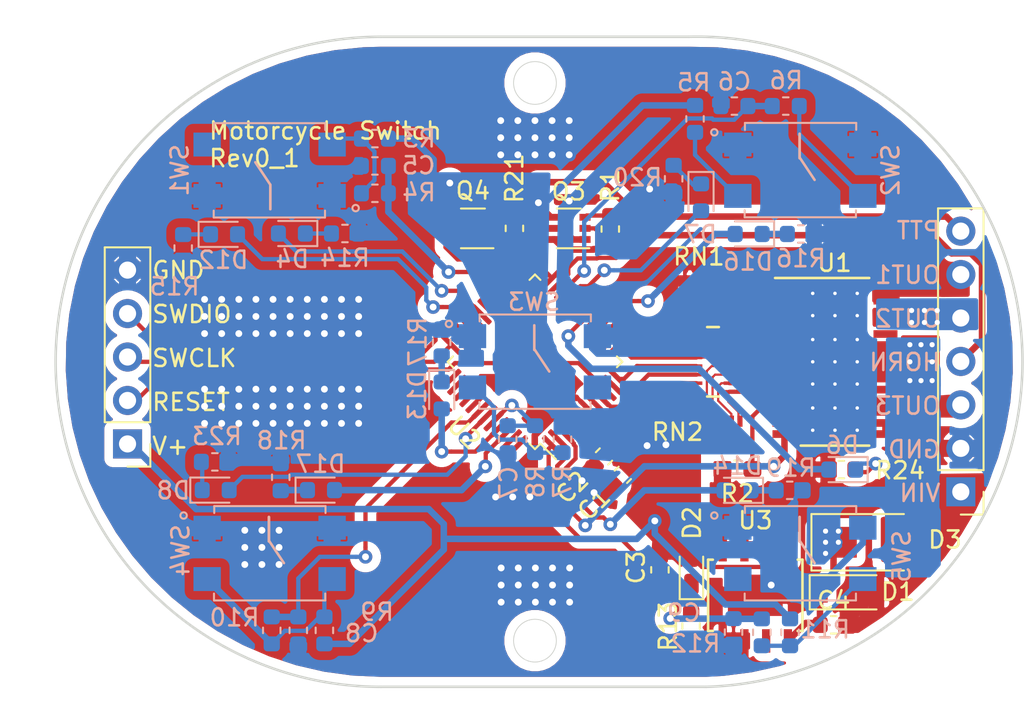
<source format=kicad_pcb>
(kicad_pcb (version 20171130) (host pcbnew "(5.1.4)-1")
  (layers (0 F.Cu signal) (31 B.Cu signal hide) (34 B.Paste user hide) (35 F.Paste user) (36 B.SilkS user) (37 F.SilkS user hide) (38 B.Mask user hide) (39 F.Mask user hide) (44 Edge.Cuts user))
  (net 0 "")
  (net 1 "Net-(U1-Pad24)")
  (net 2 "Net-(U1-Pad19)")
  (net 3 "Net-(U1-Pad2)")
  (net 4 +12V)
  (net 5 GND)
  (net 6 "Net-(R2-Pad1)")
  (net 7 +3V3)
  (net 8 /SWCLK)
  (net 9 /SWDIO)
  (net 10 "Net-(R10-Pad2)")
  (net 11 "Net-(U2-Pad48)")
  (net 12 "Net-(U2-Pad47)")
  (net 13 "Net-(U2-Pad28)")
  (net 14 "Net-(U2-Pad5)")
  (net 15 /SW_1)
  (net 16 /SW_2)
  (net 17 /SW_3)
  (net 18 /SW_4)
  (net 19 /SW_5)
  (net 20 /RESET)
  (net 21 /DIAG_EN)
  (net 22 /SW_4_LED)
  (net 23 /SW_3_LED)
  (net 24 /SW_2_LED)
  (net 25 /SW_1_LED)
  (net 26 /SW_5_LED)
  (net 27 /OUT2)
  (net 28 /OUT1)
  (net 29 "Net-(D2-Pad1)")
  (net 30 "Net-(D12-Pad1)")
  (net 31 "Net-(D13-Pad1)")
  (net 32 "Net-(D14-Pad1)")
  (net 33 "Net-(D16-Pad1)")
  (net 34 "Net-(D17-Pad1)")
  (net 35 /CTL_1in)
  (net 36 /CTL_2in)
  (net 37 /CTL_3in)
  (net 38 /CTL_4in)
  (net 39 /DIAG_1out)
  (net 40 /DIAG_2out)
  (net 41 /DIAG_3out)
  (net 42 /DIAG_4out)
  (net 43 /DIAG_4in)
  (net 44 /DIAG_3in)
  (net 45 /DIAG_2in)
  (net 46 /DIAG_1in)
  (net 47 /CTL_4out)
  (net 48 /CTL_3out)
  (net 49 /CTL_2out)
  (net 50 /CTL_1out)
  (net 51 /OUT3)
  (net 52 +BATT)
  (net 53 "Net-(U3-Pad7)")
  (net 54 "Net-(R3-Pad1)")
  (net 55 "Net-(R5-Pad1)")
  (net 56 "Net-(R7-Pad1)")
  (net 57 "Net-(R11-Pad1)")
  (net 58 "Net-(U2-Pad29)")
  (net 59 /HORN_OUT)
  (net 60 /PTT_OUT)
  (net 61 "Net-(Q3-Pad6)")
  (net 62 /HORN_N)
  (net 63 /HORN_P)
  (net 64 "Net-(Q4-Pad6)")
  (net 65 /PA_PTT_N)
  (net 66 /PA_PTT_P)
  (net 67 /OUT4)
  (net 68 "Net-(U2-Pad30)")
  (net 69 "Net-(U2-Pad34)")
  (net 70 "Net-(U2-Pad33)")
  (net 71 "Net-(U2-Pad38)")
  (net 72 "Net-(U2-Pad37)")
  (net 73 "Net-(U2-Pad39)")
  (net 74 "Net-(U2-Pad41)")
  (net 75 "Net-(U2-Pad40)")
  (net 76 "Net-(U2-Pad19)")
  (net 77 "Net-(U2-Pad20)")
  (net 78 /SW_1_FAULT)
  (net 79 "Net-(D4-Pad1)")
  (net 80 /SW_5_FAULT)
  (net 81 "Net-(D6-Pad1)")
  (net 82 /SW_2_FAULT)
  (net 83 "Net-(D7-Pad1)")
  (net 84 /SW_4_FAULT)
  (net 85 "Net-(D8-Pad1)")
  (module Resistor_SMD:R_0603_1608Metric (layer F.Cu) (at 166.4 107.5 180)
    (fp_text reference R24 (at -3.425 -0.05 180) (layer F.SilkS))
    (fp_text value 260)
    (pad 2 smd roundrect (at 0.7875 0 180) (size 0.875 0.95) (layers F.Cu F.Paste F.Mask) (net 5 GND))
    (pad 1 smd roundrect (at -0.7875 0 180) (size 0.875 0.95) (layers F.Cu F.Paste F.Mask) (net 81 "Net-(D6-Pad1)"))
  )
  (module Resistor_SMD:R_0603_1608Metric (layer B.Cu) (at 129.8 107.05)
    (fp_text reference R23 (at 0.125 -1.5) (layer B.SilkS) (effects (justify mirror)))
    (fp_text value 260)
    (pad 2 smd roundrect (at 0.7875 0) (size 0.875 0.95) (layers B.Cu B.Paste B.Mask) (net 5 GND))
    (pad 1 smd roundrect (at -0.7875 0) (size 0.875 0.95) (layers B.Cu B.Paste B.Mask) (net 85 "Net-(D8-Pad1)"))
  )
  (module Resistor_SMD:R_0603_1608Metric (layer B.Cu) (at 156.6 90.5 270)
    (fp_text reference R20 (at -0.075 2.125) (layer B.SilkS) (effects (justify mirror)))
    (fp_text value 260)
    (pad 2 smd roundrect (at 0.7875 0 270) (size 0.875 0.95) (layers B.Cu B.Paste B.Mask) (net 5 GND))
    (pad 1 smd roundrect (at -0.7875 0 270) (size 0.875 0.95) (layers B.Cu B.Paste B.Mask) (net 83 "Net-(D7-Pad1)"))
  )
  (module Resistor_SMD:R_0603_1608Metric (layer B.Cu) (at 137.4 93.7)
    (fp_text reference R14 (at 0 1.43) (layer B.SilkS) (effects (justify mirror)))
    (fp_text value 260)
    (pad 2 smd roundrect (at 0.7875 0) (size 0.875 0.95) (layers B.Cu B.Paste B.Mask) (net 5 GND))
    (pad 1 smd roundrect (at -0.7875 0) (size 0.875 0.95) (layers B.Cu B.Paste B.Mask) (net 79 "Net-(D4-Pad1)"))
  )
  (module LED_SMD:LED_0603_1608Metric (layer B.Cu) (at 129.85 108.7)
    (fp_text reference D8 (at -2.475 0.025) (layer B.SilkS) (effects (justify mirror)))
    (fp_text value LED)
    (pad 2 smd roundrect (at 0.7875 0) (size 0.875 0.95) (layers B.Cu B.Paste B.Mask) (net 84 /SW_4_FAULT))
    (pad 1 smd roundrect (at -0.7875 0) (size 0.875 0.95) (layers B.Cu B.Paste B.Mask) (net 85 "Net-(D8-Pad1)"))
  )
  (module LED_SMD:LED_0603_1608Metric (layer B.Cu) (at 158.2 91.5875 270)
    (fp_text reference D7 (at 2.1625 0.05 180) (layer B.SilkS) (effects (justify mirror)))
    (fp_text value 260)
    (pad 2 smd roundrect (at 0.7875 0 270) (size 0.875 0.95) (layers B.Cu B.Paste B.Mask) (net 82 /SW_2_FAULT))
    (pad 1 smd roundrect (at -0.7875 0 270) (size 0.875 0.95) (layers B.Cu B.Paste B.Mask) (net 83 "Net-(D7-Pad1)"))
  )
  (module LED_SMD:LED_0603_1608Metric (layer B.Cu) (at 166.45 107.5 180)
    (fp_text reference D6 (at 0 1.43) (layer B.SilkS) (effects (justify mirror)))
    (fp_text value LED)
    (pad 2 smd roundrect (at 0.7875 0 180) (size 0.875 0.95) (layers B.Cu B.Paste B.Mask) (net 80 /SW_5_FAULT))
    (pad 1 smd roundrect (at -0.7875 0 180) (size 0.875 0.95) (layers B.Cu B.Paste B.Mask) (net 81 "Net-(D6-Pad1)"))
  )
  (module LED_SMD:LED_0603_1608Metric (layer B.Cu) (at 134.3 93.7 180)
    (fp_text reference D4 (at -0.025 -1.5) (layer B.SilkS) (effects (justify mirror)))
    (fp_text value LED)
    (pad 2 smd roundrect (at 0.7875 0 180) (size 0.875 0.95) (layers B.Cu B.Paste B.Mask) (net 78 /SW_1_FAULT))
    (pad 1 smd roundrect (at -0.7875 0 180) (size 0.875 0.95) (layers B.Cu B.Paste B.Mask) (net 79 "Net-(D4-Pad1)"))
  )
  (module Logan:TPS4H160AQPWPRQ1 (layer F.Cu) (at 166.025 101.2)
    (fp_text reference U1 (at -0.025 -5.775) (layer F.SilkS))
    (fp_text value TPS4H160 hide)
    (pad 1 thru_hole circle (at 0.000003 0) (size 0.499999 0.499999) (drill 0.2032) (layers *.Cu *.Mask) (net 5 GND))
    (pad 1 thru_hole circle (at 1.3 0) (size 0.499999 0.499999) (drill 0.2032) (layers *.Cu *.Mask) (net 5 GND))
    (pad 1 thru_hole circle (at 1.3 -1.3) (size 0.499999 0.499999) (drill 0.2032) (layers *.Cu *.Mask) (net 5 GND))
    (pad 1 thru_hole circle (at 0.000003 -1.3) (size 0.499999 0.499999) (drill 0.2032) (layers *.Cu *.Mask) (net 5 GND))
    (pad 1 thru_hole circle (at -1.3 -1.3) (size 0.499999 0.499999) (drill 0.2032) (layers *.Cu *.Mask) (net 5 GND))
    (pad 1 thru_hole circle (at -1.3 0) (size 0.499999 0.499999) (drill 0.2032) (layers *.Cu *.Mask) (net 5 GND))
    (pad 1 thru_hole circle (at -1.3 -2.7) (size 0.499999 0.499999) (drill 0.2032) (layers *.Cu *.Mask) (net 5 GND))
    (pad 1 thru_hole circle (at 0 -2.7) (size 0.499999 0.499999) (drill 0.2032) (layers *.Cu *.Mask) (net 5 GND))
    (pad 1 thru_hole circle (at 1.3 -2.7) (size 0.499999 0.499999) (drill 0.2032) (layers *.Cu *.Mask) (net 5 GND))
    (pad 1 thru_hole circle (at -1.3 -4) (size 0.499999 0.499999) (drill 0.2032) (layers *.Cu *.Mask) (net 5 GND))
    (pad 1 thru_hole circle (at 0.000003 -4) (size 0.499999 0.499999) (drill 0.2032) (layers *.Cu *.Mask) (net 5 GND))
    (pad 1 thru_hole circle (at 1.3 -4) (size 0.499999 0.499999) (drill 0.2032) (layers *.Cu *.Mask) (net 5 GND))
    (pad 1 thru_hole circle (at -1.3 1.3) (size 0.499999 0.499999) (drill 0.2032) (layers *.Cu *.Mask) (net 5 GND))
    (pad 1 thru_hole circle (at 0.000003 1.3) (size 0.499999 0.499999) (drill 0.2032) (layers *.Cu *.Mask) (net 5 GND))
    (pad 1 thru_hole circle (at 1.3 1.3) (size 0.499999 0.499999) (drill 0.2032) (layers *.Cu *.Mask) (net 5 GND))
    (pad 1 thru_hole circle (at 1.300002 4) (size 0.499999 0.499999) (drill 0.2032) (layers *.Cu *.Mask) (net 5 GND))
    (pad 1 thru_hole circle (at 0.000005 4) (size 0.499999 0.499999) (drill 0.2032) (layers *.Cu *.Mask) (net 5 GND))
    (pad 1 thru_hole circle (at -1.299997 4) (size 0.499999 0.499999) (drill 0.2032) (layers *.Cu *.Mask) (net 5 GND))
    (pad 1 thru_hole circle (at 1.300002 2.7) (size 0.499999 0.499999) (drill 0.2032) (layers *.Cu *.Mask) (net 5 GND))
    (pad 1 thru_hole circle (at 0.000003 2.7) (size 0.499999 0.499999) (drill 0.2032) (layers *.Cu *.Mask) (net 5 GND))
    (pad 1 thru_hole circle (at -1.299997 2.7) (size 0.499999 0.499999) (drill 0.2032) (layers *.Cu *.Mask) (net 5 GND))
    (pad 1 smd rect (at 0 0) (size 3.400001 9.700001) (layers F.Cu F.Paste F.Mask) (net 5 GND))
    (pad 28 smd rect (at 2.950002 -4.225 90) (size 0.449999 1.4) (layers F.Cu F.Paste F.Mask) (net 28 /OUT1))
    (pad 27 smd rect (at 2.950002 -3.574999 90) (size 0.449999 1.4) (layers F.Cu F.Paste F.Mask) (net 28 /OUT1))
    (pad 26 smd rect (at 2.950002 -2.925 90) (size 0.449999 1.4) (layers F.Cu F.Paste F.Mask) (net 27 /OUT2))
    (pad 25 smd rect (at 2.950002 -2.274999 90) (size 0.449999 1.4) (layers F.Cu F.Paste F.Mask) (net 27 /OUT2))
    (pad 24 smd rect (at 2.950002 -1.625001 90) (size 0.449999 1.4) (layers F.Cu F.Paste F.Mask) (net 1 "Net-(U1-Pad24)"))
    (pad 23 smd rect (at 2.950002 -0.974999 90) (size 0.449999 1.4) (layers F.Cu F.Paste F.Mask) (net 4 +12V))
    (pad 22 smd rect (at 2.950002 -0.325001 90) (size 0.449999 1.4) (layers F.Cu F.Paste F.Mask) (net 4 +12V))
    (pad 21 smd rect (at 2.950002 0.325001 90) (size 0.449999 1.4) (layers F.Cu F.Paste F.Mask) (net 4 +12V))
    (pad 20 smd rect (at 2.950002 0.974999 90) (size 0.449999 1.4) (layers F.Cu F.Paste F.Mask) (net 4 +12V))
    (pad 19 smd rect (at 2.950002 1.625001 90) (size 0.449999 1.4) (layers F.Cu F.Paste F.Mask) (net 2 "Net-(U1-Pad19)"))
    (pad 18 smd rect (at 2.950002 2.274999 90) (size 0.449999 1.4) (layers F.Cu F.Paste F.Mask) (net 51 /OUT3))
    (pad 17 smd rect (at 2.950002 2.925 90) (size 0.449999 1.4) (layers F.Cu F.Paste F.Mask) (net 51 /OUT3))
    (pad 16 smd rect (at 2.950002 3.574999 90) (size 0.449999 1.4) (layers F.Cu F.Paste F.Mask) (net 67 /OUT4))
    (pad 15 smd rect (at 2.950002 4.225 90) (size 0.449999 1.4) (layers F.Cu F.Paste F.Mask) (net 67 /OUT4))
    (pad 14 smd rect (at -2.949999 4.225 90) (size 0.449999 1.4) (layers F.Cu F.Paste F.Mask) (net 21 /DIAG_EN))
    (pad 13 smd rect (at -2.949999 3.574999 90) (size 0.449999 1.4) (layers F.Cu F.Paste F.Mask) (net 5 GND))
    (pad 12 smd rect (at -2.949999 2.925 90) (size 0.449999 1.4) (layers F.Cu F.Paste F.Mask) (net 5 GND))
    (pad 11 smd rect (at -2.949999 2.274999 90) (size 0.449999 1.4) (layers F.Cu F.Paste F.Mask) (net 6 "Net-(R2-Pad1)"))
    (pad 10 smd rect (at -2.949999 1.625001 90) (size 0.449999 1.4) (layers F.Cu F.Paste F.Mask) (net 42 /DIAG_4out))
    (pad 9 smd rect (at -2.949999 0.974999 90) (size 0.449999 1.4) (layers F.Cu F.Paste F.Mask) (net 41 /DIAG_3out))
    (pad 8 smd rect (at -2.949999 0.325001 90) (size 0.449999 1.4) (layers F.Cu F.Paste F.Mask) (net 40 /DIAG_2out))
    (pad 7 smd rect (at -2.949999 -0.325001 90) (size 0.449999 1.4) (layers F.Cu F.Paste F.Mask) (net 39 /DIAG_1out))
    (pad 6 smd rect (at -2.949999 -0.974999 90) (size 0.449999 1.4) (layers F.Cu F.Paste F.Mask) (net 38 /CTL_4in))
    (pad 5 smd rect (at -2.949999 -1.625001 90) (size 0.449999 1.4) (layers F.Cu F.Paste F.Mask) (net 37 /CTL_3in))
    (pad 4 smd rect (at -2.949999 -2.274999 90) (size 0.449999 1.4) (layers F.Cu F.Paste F.Mask) (net 36 /CTL_2in))
    (pad 3 smd rect (at -2.949999 -2.925 90) (size 0.449999 1.4) (layers F.Cu F.Paste F.Mask) (net 35 /CTL_1in))
    (pad 2 smd rect (at -2.949999 -3.574999 90) (size 0.449999 1.4) (layers F.Cu F.Paste F.Mask) (net 3 "Net-(U1-Pad2)"))
    (pad 1 smd rect (at -2.949999 -4.225 90) (size 0.449999 1.4) (layers F.Cu F.Paste F.Mask) (net 5 GND))
  )
  (module Diode_SMD:D_SMA (layer F.Cu) (at 168.05 111.75)
    (fp_text reference D3 (at 4.4 -0.15) (layer F.SilkS))
    (fp_text value D_Schottky)
    (pad 2 smd rect (at 2 0) (size 2.5 1.8) (layers F.Cu F.Paste F.Mask) (net 52 +BATT))
    (pad 1 smd rect (at -2 0) (size 2.5 1.8) (layers F.Cu F.Paste F.Mask) (net 4 +12V))
  )
  (module Resistor_SMD:R_0603_1608Metric (layer F.Cu) (at 147.3 93.4 270)
    (fp_text reference R21 (at -2.925 0 90) (layer F.SilkS))
    (fp_text value 100)
    (pad 2 smd roundrect (at 0.7875 0 270) (size 0.875 0.95) (layers F.Cu F.Paste F.Mask) (net 64 "Net-(Q4-Pad6)"))
    (pad 1 smd roundrect (at -0.7875 0 270) (size 0.875 0.95) (layers F.Cu F.Paste F.Mask) (net 60 /PTT_OUT))
  )
  (module Resistor_SMD:R_0603_1608Metric (layer B.Cu) (at 163.38 108.712)
    (fp_text reference R19 (at 0.07 -1.312 180) (layer B.SilkS) (effects (justify mirror)))
    (fp_text value 20)
    (pad 2 smd roundrect (at 0.7875 0) (size 0.875 0.95) (layers B.Cu B.Paste B.Mask) (net 5 GND))
    (pad 1 smd roundrect (at -0.7875 0) (size 0.875 0.95) (layers B.Cu B.Paste B.Mask) (net 32 "Net-(D14-Pad1)"))
  )
  (module Resistor_SMD:R_0603_1608Metric (layer B.Cu) (at 133.65 107.95 90)
    (fp_text reference R18 (at 2.15 0.05) (layer B.SilkS) (effects (justify mirror)))
    (fp_text value 20)
    (pad 2 smd roundrect (at 0.7875 0 90) (size 0.875 0.95) (layers B.Cu B.Paste B.Mask) (net 5 GND))
    (pad 1 smd roundrect (at -0.7875 0 90) (size 0.875 0.95) (layers B.Cu B.Paste B.Mask) (net 34 "Net-(D17-Pad1)"))
  )
  (module Resistor_SMD:R_0603_1608Metric (layer B.Cu) (at 143.05 100.0625 90)
    (fp_text reference R17 (at 0.0375 -1.4 270) (layer B.SilkS) (effects (justify mirror)))
    (fp_text value 20)
    (pad 2 smd roundrect (at 0.7875 0 90) (size 0.875 0.95) (layers B.Cu B.Paste B.Mask) (net 5 GND))
    (pad 1 smd roundrect (at -0.7875 0 90) (size 0.875 0.95) (layers B.Cu B.Paste B.Mask) (net 31 "Net-(D13-Pad1)"))
  )
  (module Resistor_SMD:R_0603_1608Metric (layer B.Cu) (at 164.032 93.726)
    (fp_text reference R16 (at 0 1.43 180) (layer B.SilkS) (effects (justify mirror)))
    (fp_text value 20)
    (pad 2 smd roundrect (at 0.7875 0) (size 0.875 0.95) (layers B.Cu B.Paste B.Mask) (net 5 GND))
    (pad 1 smd roundrect (at -0.7875 0) (size 0.875 0.95) (layers B.Cu B.Paste B.Mask) (net 33 "Net-(D16-Pad1)"))
  )
  (module Resistor_SMD:R_0603_1608Metric (layer B.Cu) (at 127.95 94.55 270)
    (fp_text reference R15 (at 2.25 0.5) (layer B.SilkS) (effects (justify mirror)))
    (fp_text value 20)
    (pad 2 smd roundrect (at 0.7875 0 270) (size 0.875 0.95) (layers B.Cu B.Paste B.Mask) (net 5 GND))
    (pad 1 smd roundrect (at -0.7875 0 270) (size 0.875 0.95) (layers B.Cu B.Paste B.Mask) (net 30 "Net-(D12-Pad1)"))
  )
  (module Resistor_SMD:R_0603_1608Metric (layer F.Cu) (at 157.62 116.65 270)
    (fp_text reference R13 (at 0.025 1.345 90) (layer F.SilkS))
    (fp_text value 57)
    (pad 2 smd roundrect (at 0.7875 0 270) (size 0.875 0.95) (layers F.Cu F.Paste F.Mask) (net 5 GND))
    (pad 1 smd roundrect (at -0.7875 0 270) (size 0.875 0.95) (layers F.Cu F.Paste F.Mask) (net 29 "Net-(D2-Pad1)"))
  )
  (module Resistor_SMD:R_0603_1608Metric (layer F.Cu) (at 152.9 93.4375 270)
    (fp_text reference R1 (at -2.5375 0 90) (layer F.SilkS))
    (fp_text value 100)
    (pad 2 smd roundrect (at 0.7875 0 270) (size 0.875 0.95) (layers F.Cu F.Paste F.Mask) (net 61 "Net-(Q3-Pad6)"))
    (pad 1 smd roundrect (at -0.7875 0 270) (size 0.875 0.95) (layers F.Cu F.Paste F.Mask) (net 59 /HORN_OUT))
  )
  (module Package_TO_SOT_SMD:SOT-363_SC-70-6 (layer F.Cu) (at 150.475 93.4 180)
    (fp_text reference Q3 (at 0 2.15) (layer F.SilkS))
    (fp_text value Q_DUAL_NMOS_PMOS_BSD235CH6327)
    (pad 6 smd rect (at 0.95 -0.65 180) (size 0.65 0.4) (layers F.Cu F.Paste F.Mask) (net 61 "Net-(Q3-Pad6)"))
    (pad 4 smd rect (at 0.95 0.65 180) (size 0.65 0.4) (layers F.Cu F.Paste F.Mask) (net 7 +3V3))
    (pad 2 smd rect (at -0.95 0 180) (size 0.65 0.4) (layers F.Cu F.Paste F.Mask) (net 62 /HORN_N))
    (pad 5 smd rect (at 0.95 0 180) (size 0.65 0.4) (layers F.Cu F.Paste F.Mask) (net 63 /HORN_P))
    (pad 3 smd rect (at -0.95 0.65 180) (size 0.65 0.4) (layers F.Cu F.Paste F.Mask) (net 59 /HORN_OUT))
    (pad 1 smd rect (at -0.95 -0.65 180) (size 0.65 0.4) (layers F.Cu F.Paste F.Mask) (net 5 GND))
  )
  (module Connector_PinHeader_2.54mm:PinHeader_1x05_P2.54mm_Vertical (layer F.Cu) (at 124.7 106 180)
    (fp_text reference J1 hide)
    (fp_text value Conn_01x05_Male)
    (pad 5 thru_hole oval (at 0 10.16 180) (size 1.7 1.7) (drill 1) (layers *.Cu *.Mask) (net 5 GND))
    (pad 4 thru_hole oval (at 0 7.62 180) (size 1.7 1.7) (drill 1) (layers *.Cu *.Mask) (net 9 /SWDIO))
    (pad 3 thru_hole oval (at 0 5.08 180) (size 1.7 1.7) (drill 1) (layers *.Cu *.Mask) (net 8 /SWCLK))
    (pad 2 thru_hole oval (at 0 2.54 180) (size 1.7 1.7) (drill 1) (layers *.Cu *.Mask) (net 20 /RESET))
    (pad 1 thru_hole rect (at 0 0 180) (size 1.7 1.7) (drill 1) (layers *.Cu *.Mask) (net 7 +3V3))
  )
  (module LED_SMD:LED_0603_1608Metric (layer B.Cu) (at 136 108.7)
    (fp_text reference D17 (at -0.025 -1.525 180) (layer B.SilkS) (effects (justify mirror)))
    (fp_text value LED)
    (pad 2 smd roundrect (at 0.7875 0) (size 0.875 0.95) (layers B.Cu B.Paste B.Mask) (net 22 /SW_4_LED))
    (pad 1 smd roundrect (at -0.7875 0) (size 0.875 0.95) (layers B.Cu B.Paste B.Mask) (net 34 "Net-(D17-Pad1)"))
  )
  (module LED_SMD:LED_0603_1608Metric (layer B.Cu) (at 160.984 93.726 180)
    (fp_text reference D16 (at 0.034 -1.624 180) (layer B.SilkS) (effects (justify mirror)))
    (fp_text value LED)
    (pad 2 smd roundrect (at 0.7875 0 180) (size 0.875 0.95) (layers B.Cu B.Paste B.Mask) (net 24 /SW_2_LED))
    (pad 1 smd roundrect (at -0.7875 0 180) (size 0.875 0.95) (layers B.Cu B.Paste B.Mask) (net 33 "Net-(D16-Pad1)"))
  )
  (module LED_SMD:LED_0603_1608Metric (layer B.Cu) (at 160.3375 108.712 180)
    (fp_text reference D14 (at 0 1.43 180) (layer B.SilkS) (effects (justify mirror)))
    (fp_text value LED)
    (pad 2 smd roundrect (at 0.7875 0 180) (size 0.875 0.95) (layers B.Cu B.Paste B.Mask) (net 26 /SW_5_LED))
    (pad 1 smd roundrect (at -0.7875 0 180) (size 0.875 0.95) (layers B.Cu B.Paste B.Mask) (net 32 "Net-(D14-Pad1)"))
  )
  (module LED_SMD:LED_0603_1608Metric (layer B.Cu) (at 130.3375 93.75)
    (fp_text reference D12 (at -0.0375 1.5 180) (layer B.SilkS) (effects (justify mirror)))
    (fp_text value LED)
    (pad 2 smd roundrect (at 0.7875 0) (size 0.875 0.95) (layers B.Cu B.Paste B.Mask) (net 25 /SW_1_LED))
    (pad 1 smd roundrect (at -0.7875 0) (size 0.875 0.95) (layers B.Cu B.Paste B.Mask) (net 30 "Net-(D12-Pad1)"))
  )
  (module Diode_SMD:D_SOD-123 (layer F.Cu) (at 166.8 114.675)
    (fp_text reference D1 (at 2.9 -0.025) (layer F.SilkS))
    (fp_text value D_Zener)
    (pad 2 smd rect (at 1.65 0) (size 0.9 1.2) (layers F.Cu F.Paste F.Mask) (net 5 GND))
    (pad 1 smd rect (at -1.65 0) (size 0.9 1.2) (layers F.Cu F.Paste F.Mask) (net 4 +12V))
  )
  (module Capacitor_SMD:C_0603_1608Metric (layer F.Cu) (at 165.95 116.575)
    (fp_text reference C4 (at 0 -1.43) (layer F.SilkS))
    (fp_text value 4.7u)
    (pad 2 smd roundrect (at 0.7875 0) (size 0.875 0.95) (layers F.Cu F.Paste F.Mask) (net 5 GND))
    (pad 1 smd roundrect (at -0.7875 0) (size 0.875 0.95) (layers F.Cu F.Paste F.Mask) (net 4 +12V))
  )
  (module Capacitor_SMD:C_0603_1608Metric (layer F.Cu) (at 155.8 113.36 270)
    (fp_text reference C3 (at -0.135 1.4 90) (layer F.SilkS))
    (fp_text value 10u)
    (pad 2 smd roundrect (at 0.7875 0 270) (size 0.875 0.95) (layers F.Cu F.Paste F.Mask) (net 5 GND))
    (pad 1 smd roundrect (at -0.7875 0 270) (size 0.875 0.95) (layers F.Cu F.Paste F.Mask) (net 7 +3V3))
  )
  (module Capacitor_SMD:C_0603_1608Metric (layer F.Cu) (at 152.533 106.733 225)
    (fp_text reference C2 (at 2.598617 0.028991 45) (layer F.SilkS))
    (fp_text value 100n)
    (pad 2 smd roundrect (at 0.7875 0 225) (size 0.875 0.95) (layers F.Cu F.Paste F.Mask) (net 5 GND))
    (pad 1 smd roundrect (at -0.7875 0 225) (size 0.875 0.95) (layers F.Cu F.Paste F.Mask) (net 7 +3V3))
  )
  (module Capacitor_SMD:C_0603_1608Metric (layer F.Cu) (at 153.633 107.808 225)
    (fp_text reference C1 (at 2.404163 -0.024042 45) (layer F.SilkS))
    (fp_text value 10u)
    (pad 2 smd roundrect (at 0.7875 0 225) (size 0.875 0.95) (layers F.Cu F.Paste F.Mask) (net 5 GND))
    (pad 1 smd roundrect (at -0.7875 0 225) (size 0.875 0.95) (layers F.Cu F.Paste F.Mask) (net 7 +3V3))
  )
  (module Logan:TL3305BF260QG (layer B.Cu) (at 164 90)
    (fp_text reference SW2 (at 5.275 0 270) (layer B.SilkS) (effects (justify mirror)))
    (fp_text value SW_Push)
    (fp_text user | (at -0.04064 -1.48844) (layer B.SilkS) (effects (justify mirror)))
    (fp_text user / (at 0.4064 -0.127) (layer B.SilkS) (effects (justify mirror)))
    (fp_text user | (at -0.04064 -1.48844) (layer B.SilkS) (effects (justify mirror)))
    (pad 1 smd rect (at 3.65 -1.5) (size 1.6 1.4) (layers B.Cu B.Paste B.Mask) (net 5 GND))
    (pad 2 smd rect (at 3.65 1.5) (size 1.6 1.4) (layers B.Cu B.Paste B.Mask) (net 55 "Net-(R5-Pad1)"))
    (pad 1 smd rect (at -3.65 -1.5) (size 1.6 1.4) (layers B.Cu B.Paste B.Mask) (net 5 GND))
    (pad 2 smd rect (at -3.65 1.5) (size 1.6 1.4) (layers B.Cu B.Paste B.Mask) (net 55 "Net-(R5-Pad1)"))
  )
  (module Logan:TL3305BF260QG (layer B.Cu) (at 164 112.4)
    (fp_text reference SW5 (at 5.925 0.175 90) (layer B.SilkS) (effects (justify mirror)))
    (fp_text value SW_Push)
    (fp_text user | (at -0.04064 -1.48844) (layer B.SilkS) (effects (justify mirror)))
    (fp_text user / (at 0.4064 -0.127) (layer B.SilkS) (effects (justify mirror)))
    (fp_text user | (at -0.04064 -1.48844) (layer B.SilkS) (effects (justify mirror)))
    (pad 1 smd rect (at 3.65 -1.5) (size 1.6 1.4) (layers B.Cu B.Paste B.Mask) (net 5 GND))
    (pad 2 smd rect (at 3.65 1.5) (size 1.6 1.4) (layers B.Cu B.Paste B.Mask) (net 57 "Net-(R11-Pad1)"))
    (pad 1 smd rect (at -3.65 -1.5) (size 1.6 1.4) (layers B.Cu B.Paste B.Mask) (net 5 GND))
    (pad 2 smd rect (at -3.65 1.5) (size 1.6 1.4) (layers B.Cu B.Paste B.Mask) (net 57 "Net-(R11-Pad1)"))
  )
  (module Logan:TL3305BF260QG (layer B.Cu) (at 133 112.4)
    (fp_text reference SW4 (at -5.2 -0.175 90) (layer B.SilkS) (effects (justify mirror)))
    (fp_text value SW_Push)
    (fp_text user | (at -0.04064 -1.48844) (layer B.SilkS) (effects (justify mirror)))
    (fp_text user / (at 0.4064 -0.127) (layer B.SilkS) (effects (justify mirror)))
    (fp_text user | (at -0.04064 -1.48844) (layer B.SilkS) (effects (justify mirror)))
    (pad 1 smd rect (at 3.65 -1.5) (size 1.6 1.4) (layers B.Cu B.Paste B.Mask) (net 5 GND))
    (pad 2 smd rect (at 3.65 1.5) (size 1.6 1.4) (layers B.Cu B.Paste B.Mask) (net 10 "Net-(R10-Pad2)"))
    (pad 1 smd rect (at -3.65 -1.5) (size 1.6 1.4) (layers B.Cu B.Paste B.Mask) (net 5 GND))
    (pad 2 smd rect (at -3.65 1.5) (size 1.6 1.4) (layers B.Cu B.Paste B.Mask) (net 10 "Net-(R10-Pad2)"))
  )
  (module Logan:TL3305BF260QG (layer B.Cu) (at 148.5 101.2)
    (fp_text reference SW3 (at -0.05 -3.5 -180) (layer B.SilkS) (effects (justify mirror)))
    (fp_text value SW_Push)
    (fp_text user | (at -0.04064 -1.48844) (layer B.SilkS) (effects (justify mirror)))
    (fp_text user / (at 0.4064 -0.127) (layer B.SilkS) (effects (justify mirror)))
    (fp_text user | (at -0.04064 -1.48844) (layer B.SilkS) (effects (justify mirror)))
    (pad 1 smd rect (at 3.65 -1.5) (size 1.6 1.4) (layers B.Cu B.Paste B.Mask) (net 5 GND))
    (pad 2 smd rect (at 3.65 1.5) (size 1.6 1.4) (layers B.Cu B.Paste B.Mask) (net 56 "Net-(R7-Pad1)"))
    (pad 1 smd rect (at -3.65 -1.5) (size 1.6 1.4) (layers B.Cu B.Paste B.Mask) (net 5 GND))
    (pad 2 smd rect (at -3.65 1.5) (size 1.6 1.4) (layers B.Cu B.Paste B.Mask) (net 56 "Net-(R7-Pad1)"))
  )
  (module Logan:TL3305BF260QG (layer B.Cu) (at 133 90 180)
    (fp_text reference SW1 (at 5.25 0 90) (layer B.SilkS) (effects (justify mirror)))
    (fp_text value SW_Push)
    (fp_text user | (at -0.04064 -1.48844) (layer B.SilkS) (effects (justify mirror)))
    (fp_text user / (at 0.4064 -0.127) (layer B.SilkS) (effects (justify mirror)))
    (fp_text user | (at -0.04064 -1.48844) (layer B.SilkS) (effects (justify mirror)))
    (pad 1 smd rect (at 3.65 -1.5 180) (size 1.6 1.4) (layers B.Cu B.Paste B.Mask) (net 5 GND))
    (pad 2 smd rect (at 3.65 1.5 180) (size 1.6 1.4) (layers B.Cu B.Paste B.Mask) (net 54 "Net-(R3-Pad1)"))
    (pad 1 smd rect (at -3.65 -1.5 180) (size 1.6 1.4) (layers B.Cu B.Paste B.Mask) (net 5 GND))
    (pad 2 smd rect (at -3.65 1.5 180) (size 1.6 1.4) (layers B.Cu B.Paste B.Mask) (net 54 "Net-(R3-Pad1)"))
  )
  (module Package_TO_SOT_SMD:SOT-363_SC-70-6 (layer F.Cu) (at 144.875 93.4 180)
    (fp_text reference Q4 (at 0 2.2) (layer F.SilkS))
    (fp_text value Q_DUAL_NMOS_PMOS_BSD235CH6327)
    (pad 6 smd rect (at 0.95 -0.65 180) (size 0.65 0.4) (layers F.Cu F.Paste F.Mask) (net 64 "Net-(Q4-Pad6)"))
    (pad 4 smd rect (at 0.95 0.65 180) (size 0.65 0.4) (layers F.Cu F.Paste F.Mask) (net 7 +3V3))
    (pad 2 smd rect (at -0.95 0 180) (size 0.65 0.4) (layers F.Cu F.Paste F.Mask) (net 65 /PA_PTT_N))
    (pad 5 smd rect (at 0.95 0 180) (size 0.65 0.4) (layers F.Cu F.Paste F.Mask) (net 66 /PA_PTT_P))
    (pad 3 smd rect (at -0.95 0.65 180) (size 0.65 0.4) (layers F.Cu F.Paste F.Mask) (net 60 /PTT_OUT))
    (pad 1 smd rect (at -0.95 -0.65 180) (size 0.65 0.4) (layers F.Cu F.Paste F.Mask) (net 5 GND))
  )
  (module Logan:BD433M2EFJ-CE2 (layer F.Cu) (at 161.37 114.85 270)
    (fp_text reference U3 (at -4.375 -0.005 180) (layer F.SilkS))
    (fp_text value BD433M2WEFJ-CE2 hide)
    (pad EPAD smd rect (at 0 0 270) (size 2.413 3.2004) (layers F.Cu F.Paste F.Mask) (net 5 GND))
    (pad 8 smd rect (at 2.667 -1.905 270) (size 1.3716 0.4826) (layers F.Cu F.Paste F.Mask) (net 4 +12V))
    (pad 7 smd rect (at 2.667 -0.635 270) (size 1.3716 0.4826) (layers F.Cu F.Paste F.Mask) (net 53 "Net-(U3-Pad7)"))
    (pad 6 smd rect (at 2.667 0.635 270) (size 1.3716 0.4826) (layers F.Cu F.Paste F.Mask) (net 5 GND))
    (pad 5 smd rect (at 2.667 1.905 270) (size 1.3716 0.4826) (layers F.Cu F.Paste F.Mask) (net 5 GND))
    (pad 4 smd rect (at -2.667 1.905 270) (size 1.3716 0.4826) (layers F.Cu F.Paste F.Mask) (net 5 GND))
    (pad 3 smd rect (at -2.667 0.635 270) (size 1.3716 0.4826) (layers F.Cu F.Paste F.Mask) (net 5 GND))
    (pad 2 smd rect (at -2.667 -0.635 270) (size 1.3716 0.4826) (layers F.Cu F.Paste F.Mask) (net 5 GND))
    (pad 1 smd rect (at -2.667 -1.905 270) (size 1.3716 0.4826) (layers F.Cu F.Paste F.Mask) (net 7 +3V3))
  )
  (module Package_QFP:LQFP-48_7x7mm_P0.5mm (layer F.Cu) (at 148.5 101.2 135)
    (fp_text reference U2 (at 0 -5.85 135) (layer F.SilkS))
    (fp_text value STM32G030C6T6)
    (pad 48 smd roundrect (at -2.75 -4.1625 135) (size 0.3 1.475) (layers F.Cu F.Paste F.Mask) (net 11 "Net-(U2-Pad48)"))
    (pad 47 smd roundrect (at -2.25 -4.1625 135) (size 0.3 1.475) (layers F.Cu F.Paste F.Mask) (net 12 "Net-(U2-Pad47)"))
    (pad 46 smd roundrect (at -1.75 -4.1625 135) (size 0.3 1.475) (layers F.Cu F.Paste F.Mask) (net 22 /SW_4_LED))
    (pad 45 smd roundrect (at -1.25 -4.1625 135) (size 0.3 1.475) (layers F.Cu F.Paste F.Mask) (net 23 /SW_3_LED))
    (pad 44 smd roundrect (at -0.75 -4.1625 135) (size 0.3 1.475) (layers F.Cu F.Paste F.Mask) (net 17 /SW_3))
    (pad 43 smd roundrect (at -0.25 -4.1625 135) (size 0.3 1.475) (layers F.Cu F.Paste F.Mask) (net 84 /SW_4_FAULT))
    (pad 42 smd roundrect (at 0.25 -4.1625 135) (size 0.3 1.475) (layers F.Cu F.Paste F.Mask) (net 18 /SW_4))
    (pad 41 smd roundrect (at 0.75 -4.1625 135) (size 0.3 1.475) (layers F.Cu F.Paste F.Mask) (net 74 "Net-(U2-Pad41)"))
    (pad 40 smd roundrect (at 1.25 -4.1625 135) (size 0.3 1.475) (layers F.Cu F.Paste F.Mask) (net 75 "Net-(U2-Pad40)"))
    (pad 39 smd roundrect (at 1.75 -4.1625 135) (size 0.3 1.475) (layers F.Cu F.Paste F.Mask) (net 73 "Net-(U2-Pad39)"))
    (pad 38 smd roundrect (at 2.25 -4.1625 135) (size 0.3 1.475) (layers F.Cu F.Paste F.Mask) (net 71 "Net-(U2-Pad38)"))
    (pad 37 smd roundrect (at 2.75 -4.1625 135) (size 0.3 1.475) (layers F.Cu F.Paste F.Mask) (net 72 "Net-(U2-Pad37)"))
    (pad 36 smd roundrect (at 4.1625 -2.75 135) (size 1.475 0.3) (layers F.Cu F.Paste F.Mask) (net 8 /SWCLK))
    (pad 35 smd roundrect (at 4.1625 -2.25 135) (size 1.475 0.3) (layers F.Cu F.Paste F.Mask) (net 9 /SWDIO))
    (pad 34 smd roundrect (at 4.1625 -1.75 135) (size 1.475 0.3) (layers F.Cu F.Paste F.Mask) (net 69 "Net-(U2-Pad34)"))
    (pad 33 smd roundrect (at 4.1625 -1.25 135) (size 1.475 0.3) (layers F.Cu F.Paste F.Mask) (net 70 "Net-(U2-Pad33)"))
    (pad 32 smd roundrect (at 4.1625 -0.75 135) (size 1.475 0.3) (layers F.Cu F.Paste F.Mask) (net 25 /SW_1_LED))
    (pad 31 smd roundrect (at 4.1625 -0.25 135) (size 1.475 0.3) (layers F.Cu F.Paste F.Mask) (net 78 /SW_1_FAULT))
    (pad 30 smd roundrect (at 4.1625 0.25 135) (size 1.475 0.3) (layers F.Cu F.Paste F.Mask) (net 68 "Net-(U2-Pad30)"))
    (pad 29 smd roundrect (at 4.1625 0.75 135) (size 1.475 0.3) (layers F.Cu F.Paste F.Mask) (net 58 "Net-(U2-Pad29)"))
    (pad 28 smd roundrect (at 4.1625 1.25 135) (size 1.475 0.3) (layers F.Cu F.Paste F.Mask) (net 13 "Net-(U2-Pad28)"))
    (pad 27 smd roundrect (at 4.1625 1.75 135) (size 1.475 0.3) (layers F.Cu F.Paste F.Mask) (net 15 /SW_1))
    (pad 26 smd roundrect (at 4.1625 2.25 135) (size 1.475 0.3) (layers F.Cu F.Paste F.Mask) (net 66 /PA_PTT_P))
    (pad 25 smd roundrect (at 4.1625 2.75 135) (size 1.475 0.3) (layers F.Cu F.Paste F.Mask) (net 65 /PA_PTT_N))
    (pad 24 smd roundrect (at 2.75 4.1625 135) (size 0.3 1.475) (layers F.Cu F.Paste F.Mask) (net 63 /HORN_P))
    (pad 23 smd roundrect (at 2.25 4.1625 135) (size 0.3 1.475) (layers F.Cu F.Paste F.Mask) (net 62 /HORN_N))
    (pad 22 smd roundrect (at 1.75 4.1625 135) (size 0.3 1.475) (layers F.Cu F.Paste F.Mask) (net 16 /SW_2))
    (pad 21 smd roundrect (at 1.25 4.1625 135) (size 0.3 1.475) (layers F.Cu F.Paste F.Mask) (net 82 /SW_2_FAULT))
    (pad 20 smd roundrect (at 0.75 4.1625 135) (size 0.3 1.475) (layers F.Cu F.Paste F.Mask) (net 77 "Net-(U2-Pad20)"))
    (pad 19 smd roundrect (at 0.25 4.1625 135) (size 0.3 1.475) (layers F.Cu F.Paste F.Mask) (net 76 "Net-(U2-Pad19)"))
    (pad 18 smd roundrect (at -0.25 4.1625 135) (size 0.3 1.475) (layers F.Cu F.Paste F.Mask) (net 80 /SW_5_FAULT))
    (pad 17 smd roundrect (at -0.75 4.1625 135) (size 0.3 1.475) (layers F.Cu F.Paste F.Mask) (net 24 /SW_2_LED))
    (pad 16 smd roundrect (at -1.25 4.1625 135) (size 0.3 1.475) (layers F.Cu F.Paste F.Mask) (net 50 /CTL_1out))
    (pad 15 smd roundrect (at -1.75 4.1625 135) (size 0.3 1.475) (layers F.Cu F.Paste F.Mask) (net 49 /CTL_2out))
    (pad 14 smd roundrect (at -2.25 4.1625 135) (size 0.3 1.475) (layers F.Cu F.Paste F.Mask) (net 48 /CTL_3out))
    (pad 13 smd roundrect (at -2.75 4.1625 135) (size 0.3 1.475) (layers F.Cu F.Paste F.Mask) (net 47 /CTL_4out))
    (pad 12 smd roundrect (at -4.1625 2.75 135) (size 1.475 0.3) (layers F.Cu F.Paste F.Mask) (net 46 /DIAG_1in))
    (pad 11 smd roundrect (at -4.1625 2.25 135) (size 1.475 0.3) (layers F.Cu F.Paste F.Mask) (net 45 /DIAG_2in))
    (pad 10 smd roundrect (at -4.1625 1.75 135) (size 1.475 0.3) (layers F.Cu F.Paste F.Mask) (net 20 /RESET))
    (pad 9 smd roundrect (at -4.1625 1.25 135) (size 1.475 0.3) (layers F.Cu F.Paste F.Mask) (net 44 /DIAG_3in))
    (pad 8 smd roundrect (at -4.1625 0.75 135) (size 1.475 0.3) (layers F.Cu F.Paste F.Mask) (net 43 /DIAG_4in))
    (pad 7 smd roundrect (at -4.1625 0.25 135) (size 1.475 0.3) (layers F.Cu F.Paste F.Mask) (net 5 GND))
    (pad 6 smd roundrect (at -4.1625 -0.25 135) (size 1.475 0.3) (layers F.Cu F.Paste F.Mask) (net 7 +3V3))
    (pad 5 smd roundrect (at -4.1625 -0.75 135) (size 1.475 0.3) (layers F.Cu F.Paste F.Mask) (net 14 "Net-(U2-Pad5)"))
    (pad 4 smd roundrect (at -4.1625 -1.25 135) (size 1.475 0.3) (layers F.Cu F.Paste F.Mask) (net 7 +3V3))
    (pad 3 smd roundrect (at -4.1625 -1.75 135) (size 1.475 0.3) (layers F.Cu F.Paste F.Mask) (net 26 /SW_5_LED))
    (pad 2 smd roundrect (at -4.1625 -2.25 135) (size 1.475 0.3) (layers F.Cu F.Paste F.Mask) (net 21 /DIAG_EN))
    (pad 1 smd roundrect (at -4.1625 -2.75 135) (size 1.475 0.3) (layers F.Cu F.Paste F.Mask) (net 19 /SW_5))
  )
  (module Logan:EXB-N8V103JX (layer F.Cu) (at 159.725 105.3 90)
    (fp_text reference RN2 (at 0 -2.9 180) (layer F.SilkS))
    (fp_text value EXB-N8V103JX hide)
    (pad 8 smd rect (at 0.628599 -0.750001 90) (size 0.6572 0.3) (layers F.Cu F.Paste F.Mask) (net 39 /DIAG_1out))
    (pad 7 smd rect (at 0.628599 -0.25 90) (size 0.6572 0.3) (layers F.Cu F.Paste F.Mask) (net 40 /DIAG_2out))
    (pad 6 smd rect (at 0.628599 0.25 90) (size 0.6572 0.3) (layers F.Cu F.Paste F.Mask) (net 41 /DIAG_3out))
    (pad 5 smd rect (at 0.628599 0.750001 90) (size 0.6572 0.3) (layers F.Cu F.Paste F.Mask) (net 42 /DIAG_4out))
    (pad 4 smd rect (at -0.628599 0.750001 90) (size 0.6572 0.3) (layers F.Cu F.Paste F.Mask) (net 7 +3V3))
    (pad 3 smd rect (at -0.628599 0.25 90) (size 0.6572 0.3) (layers F.Cu F.Paste F.Mask) (net 7 +3V3))
    (pad 2 smd rect (at -0.628599 -0.25 90) (size 0.6572 0.3) (layers F.Cu F.Paste F.Mask) (net 7 +3V3))
    (pad 1 smd rect (at -0.628599 -0.750001 90) (size 0.6572 0.3) (layers F.Cu F.Paste F.Mask) (net 7 +3V3))
  )
  (module Logan:EXB-N8V103JX (layer F.Cu) (at 158.05 97.1 270)
    (fp_text reference RN1 (at -2.05 -0.025 180) (layer F.SilkS))
    (fp_text value EXB-N8V103JX hide)
    (pad 8 smd rect (at 0.628599 -0.750001 270) (size 0.6572 0.3) (layers F.Cu F.Paste F.Mask) (net 47 /CTL_4out))
    (pad 7 smd rect (at 0.628599 -0.25 270) (size 0.6572 0.3) (layers F.Cu F.Paste F.Mask) (net 48 /CTL_3out))
    (pad 6 smd rect (at 0.628599 0.25 270) (size 0.6572 0.3) (layers F.Cu F.Paste F.Mask) (net 49 /CTL_2out))
    (pad 5 smd rect (at 0.628599 0.750001 270) (size 0.6572 0.3) (layers F.Cu F.Paste F.Mask) (net 50 /CTL_1out))
    (pad 4 smd rect (at -0.628599 0.750001 270) (size 0.6572 0.3) (layers F.Cu F.Paste F.Mask) (net 5 GND))
    (pad 3 smd rect (at -0.628599 0.25 270) (size 0.6572 0.3) (layers F.Cu F.Paste F.Mask) (net 5 GND))
    (pad 2 smd rect (at -0.628599 -0.25 270) (size 0.6572 0.3) (layers F.Cu F.Paste F.Mask) (net 5 GND))
    (pad 1 smd rect (at -0.628599 -0.750001 270) (size 0.6572 0.3) (layers F.Cu F.Paste F.Mask) (net 5 GND))
  )
  (module Resistor_SMD:R_0603_1608Metric (layer B.Cu) (at 161.75 117.0125 270)
    (fp_text reference R12 (at 0.6625 3.875 180) (layer B.SilkS) (effects (justify mirror)))
    (fp_text value 1k)
    (pad 2 smd roundrect (at 0.7875 0 270) (size 0.875 0.95) (layers B.Cu B.Paste B.Mask) (net 57 "Net-(R11-Pad1)"))
    (pad 1 smd roundrect (at -0.7875 0 270) (size 0.875 0.95) (layers B.Cu B.Paste B.Mask) (net 19 /SW_5))
  )
  (module Resistor_SMD:R_0603_1608Metric (layer B.Cu) (at 163.4 117.0125 90)
    (fp_text reference R11 (at 0.1625 2.05 180) (layer B.SilkS) (effects (justify mirror)))
    (fp_text value 10k)
    (pad 2 smd roundrect (at 0.7875 0 90) (size 0.875 0.95) (layers B.Cu B.Paste B.Mask) (net 7 +3V3))
    (pad 1 smd roundrect (at -0.7875 0 90) (size 0.875 0.95) (layers B.Cu B.Paste B.Mask) (net 57 "Net-(R11-Pad1)"))
  )
  (module Resistor_SMD:R_0603_1608Metric (layer B.Cu) (at 133.125 116.9 270)
    (fp_text reference R10 (at -0.75 2.175 180) (layer B.SilkS) (effects (justify mirror)))
    (fp_text value 1k)
    (pad 2 smd roundrect (at 0.7875 0 270) (size 0.875 0.95) (layers B.Cu B.Paste B.Mask) (net 10 "Net-(R10-Pad2)"))
    (pad 1 smd roundrect (at -0.7875 0 270) (size 0.875 0.95) (layers B.Cu B.Paste B.Mask) (net 18 /SW_4))
  )
  (module Resistor_SMD:R_0603_1608Metric (layer B.Cu) (at 136.2 116.9 270)
    (fp_text reference R9 (at -1.075 -3.075 180) (layer B.SilkS) (effects (justify mirror)))
    (fp_text value 10k)
    (pad 2 smd roundrect (at 0.7875 0 270) (size 0.875 0.95) (layers B.Cu B.Paste B.Mask) (net 7 +3V3))
    (pad 1 smd roundrect (at -0.7875 0 270) (size 0.875 0.95) (layers B.Cu B.Paste B.Mask) (net 10 "Net-(R10-Pad2)"))
  )
  (module Resistor_SMD:R_0603_1608Metric (layer B.Cu) (at 148.507 105.725 270)
    (fp_text reference R8 (at 2.475 -0.025 90) (layer B.SilkS) (effects (justify mirror)))
    (fp_text value 1k)
    (pad 2 smd roundrect (at 0.7875 0 270) (size 0.875 0.95) (layers B.Cu B.Paste B.Mask) (net 56 "Net-(R7-Pad1)"))
    (pad 1 smd roundrect (at -0.7875 0 270) (size 0.875 0.95) (layers B.Cu B.Paste B.Mask) (net 17 /SW_3))
  )
  (module Resistor_SMD:R_0603_1608Metric (layer B.Cu) (at 150.107 105.725 90)
    (fp_text reference R7 (at -2.475 0 90) (layer B.SilkS) (effects (justify mirror)))
    (fp_text value 10k)
    (pad 2 smd roundrect (at 0.7875 0 90) (size 0.875 0.95) (layers B.Cu B.Paste B.Mask) (net 7 +3V3))
    (pad 1 smd roundrect (at -0.7875 0 90) (size 0.875 0.95) (layers B.Cu B.Paste B.Mask) (net 56 "Net-(R7-Pad1)"))
  )
  (module Resistor_SMD:R_0603_1608Metric (layer B.Cu) (at 163.15 86.25)
    (fp_text reference R6 (at 0.025 -1.5) (layer B.SilkS) (effects (justify mirror)))
    (fp_text value 1k)
    (pad 2 smd roundrect (at 0.7875 0) (size 0.875 0.95) (layers B.Cu B.Paste B.Mask) (net 55 "Net-(R5-Pad1)"))
    (pad 1 smd roundrect (at -0.7875 0) (size 0.875 0.95) (layers B.Cu B.Paste B.Mask) (net 16 /SW_2))
  )
  (module Resistor_SMD:R_0603_1608Metric (layer B.Cu) (at 157.85 87 90)
    (fp_text reference R5 (at 2.125 -0.075 180) (layer B.SilkS) (effects (justify mirror)))
    (fp_text value 10k)
    (pad 2 smd roundrect (at 0.7875 0 90) (size 0.875 0.95) (layers B.Cu B.Paste B.Mask) (net 7 +3V3))
    (pad 1 smd roundrect (at -0.7875 0 90) (size 0.875 0.95) (layers B.Cu B.Paste B.Mask) (net 55 "Net-(R5-Pad1)"))
  )
  (module Resistor_SMD:R_0603_1608Metric (layer B.Cu) (at 139.15 91.35 180)
    (fp_text reference R4 (at -2.575 0.05) (layer B.SilkS) (effects (justify mirror)))
    (fp_text value 1k)
    (pad 2 smd roundrect (at 0.7875 0 180) (size 0.875 0.95) (layers B.Cu B.Paste B.Mask) (net 54 "Net-(R3-Pad1)"))
    (pad 1 smd roundrect (at -0.7875 0 180) (size 0.875 0.95) (layers B.Cu B.Paste B.Mask) (net 15 /SW_1))
  )
  (module Resistor_SMD:R_0603_1608Metric (layer B.Cu) (at 139.15 88.15)
    (fp_text reference R3 (at 2.575 0) (layer B.SilkS) (effects (justify mirror)))
    (fp_text value 10k)
    (pad 2 smd roundrect (at 0.7875 0) (size 0.875 0.95) (layers B.Cu B.Paste B.Mask) (net 7 +3V3))
    (pad 1 smd roundrect (at -0.7875 0) (size 0.875 0.95) (layers B.Cu B.Paste B.Mask) (net 54 "Net-(R3-Pad1)"))
  )
  (module Resistor_SMD:R_0603_1608Metric_Pad1.05x0.95mm_HandSolder (layer F.Cu) (at 160.325 107.475 180)
    (fp_text reference R2 (at 0 -1.43) (layer F.SilkS))
    (fp_text value 800)
    (pad 2 smd roundrect (at 0.875 0 180) (size 1.05 0.95) (layers F.Cu F.Paste F.Mask) (net 5 GND))
    (pad 1 smd roundrect (at -0.875 0 180) (size 1.05 0.95) (layers F.Cu F.Paste F.Mask) (net 6 "Net-(R2-Pad1)"))
  )
  (module Connector_PinHeader_2.54mm:PinHeader_1x07_P2.54mm_Vertical (layer F.Cu) (at 173.375 108.8 180)
    (fp_text reference J2 hide)
    (fp_text value Conn_01x07_Female)
    (pad 7 thru_hole oval (at 0 15.24 180) (size 1.7 1.7) (drill 1) (layers *.Cu *.Mask) (net 60 /PTT_OUT))
    (pad 6 thru_hole oval (at 0 12.7 180) (size 1.7 1.7) (drill 1) (layers *.Cu *.Mask) (net 28 /OUT1))
    (pad 5 thru_hole oval (at 0 10.16 180) (size 1.7 1.7) (drill 1) (layers *.Cu *.Mask) (net 27 /OUT2))
    (pad 4 thru_hole oval (at 0 7.62 180) (size 1.7 1.7) (drill 1) (layers *.Cu *.Mask) (net 59 /HORN_OUT))
    (pad 3 thru_hole oval (at 0 5.08 180) (size 1.7 1.7) (drill 1) (layers *.Cu *.Mask) (net 51 /OUT3))
    (pad 2 thru_hole oval (at 0 2.54 180) (size 1.7 1.7) (drill 1) (layers *.Cu *.Mask) (net 5 GND))
    (pad 1 thru_hole rect (at 0 0 180) (size 1.7 1.7) (drill 1) (layers *.Cu *.Mask) (net 52 +BATT))
  )
  (module Logan:EXB-2HV103JV (layer F.Cu) (at 158.9 101.2)
    (fp_text reference EXB-2HV103JV1 hide)
    (fp_text value 10k hide)
    (pad 16 smd rect (at 0.9652 -1.749999) (size 0.6858 0.2032) (layers F.Cu F.Paste F.Mask) (net 35 /CTL_1in))
    (pad 15 smd rect (at 0.9652 -1.25) (size 0.6858 0.2032) (layers F.Cu F.Paste F.Mask) (net 36 /CTL_2in))
    (pad 14 smd rect (at 0.9652 -0.749998) (size 0.6858 0.2032) (layers F.Cu F.Paste F.Mask) (net 37 /CTL_3in))
    (pad 13 smd rect (at 0.9652 -0.25) (size 0.6858 0.2032) (layers F.Cu F.Paste F.Mask) (net 38 /CTL_4in))
    (pad 12 smd rect (at 0.9652 0.25) (size 0.6858 0.2032) (layers F.Cu F.Paste F.Mask) (net 39 /DIAG_1out))
    (pad 11 smd rect (at 0.9652 0.750001) (size 0.6858 0.2032) (layers F.Cu F.Paste F.Mask) (net 40 /DIAG_2out))
    (pad 10 smd rect (at 0.9652 1.25) (size 0.6858 0.2032) (layers F.Cu F.Paste F.Mask) (net 41 /DIAG_3out))
    (pad 9 smd rect (at 0.9652 1.750002) (size 0.6858 0.2032) (layers F.Cu F.Paste F.Mask) (net 42 /DIAG_4out))
    (pad 8 smd rect (at -0.9652 1.749999) (size 0.6858 0.2032) (layers F.Cu F.Paste F.Mask) (net 43 /DIAG_4in))
    (pad 7 smd rect (at -0.9652 1.25) (size 0.6858 0.2032) (layers F.Cu F.Paste F.Mask) (net 44 /DIAG_3in))
    (pad 6 smd rect (at -0.9652 0.749998) (size 0.6858 0.2032) (layers F.Cu F.Paste F.Mask) (net 45 /DIAG_2in))
    (pad 5 smd rect (at -0.9652 0.25) (size 0.6858 0.2032) (layers F.Cu F.Paste F.Mask) (net 46 /DIAG_1in))
    (pad 4 smd rect (at -0.9652 -0.25) (size 0.6858 0.2032) (layers F.Cu F.Paste F.Mask) (net 47 /CTL_4out))
    (pad 3 smd rect (at -0.9652 -0.750001) (size 0.6858 0.2032) (layers F.Cu F.Paste F.Mask) (net 48 /CTL_3out))
    (pad 2 smd rect (at -0.9652 -1.25) (size 0.6858 0.2032) (layers F.Cu F.Paste F.Mask) (net 49 /CTL_2out))
    (pad 1 smd rect (at -0.9652 -1.750002) (size 0.6858 0.2032) (layers F.Cu F.Paste F.Mask) (net 50 /CTL_1out))
  )
  (module LED_SMD:LED_0603_1608Metric (layer B.Cu) (at 143.052 103.166 270)
    (fp_text reference D13 (at 0 1.43 270) (layer B.SilkS) (effects (justify mirror)))
    (fp_text value LED)
    (pad 2 smd roundrect (at 0.7875 0 270) (size 0.875 0.95) (layers B.Cu B.Paste B.Mask) (net 23 /SW_3_LED))
    (pad 1 smd roundrect (at -0.7875 0 270) (size 0.875 0.95) (layers B.Cu B.Paste B.Mask) (net 31 "Net-(D13-Pad1)"))
  )
  (module LED_SMD:LED_0603_1608Metric_Castellated (layer F.Cu) (at 157.64 113.39 90)
    (fp_text reference D2 (at 2.765 0.035 90) (layer F.SilkS))
    (fp_text value LED)
    (pad 2 smd roundrect (at 0.8125 0 90) (size 1.225 0.85) (layers F.Cu F.Paste F.Mask) (net 7 +3V3))
    (pad 1 smd roundrect (at -0.8125 0 90) (size 1.225 0.85) (layers F.Cu F.Paste F.Mask) (net 29 "Net-(D2-Pad1)"))
  )
  (module Capacitor_SMD:C_0603_1608Metric (layer B.Cu) (at 160.1 117 270)
    (fp_text reference C9 (at -1.125 2.9 180) (layer B.SilkS) (effects (justify mirror)))
    (fp_text value 0.1u)
    (pad 2 smd roundrect (at 0.7875 0 270) (size 0.875 0.95) (layers B.Cu B.Paste B.Mask) (net 5 GND))
    (pad 1 smd roundrect (at -0.7875 0 270) (size 0.875 0.95) (layers B.Cu B.Paste B.Mask) (net 19 /SW_5))
  )
  (module Capacitor_SMD:C_0603_1608Metric (layer B.Cu) (at 134.675 116.9 270)
    (fp_text reference C8 (at 0.175 -3.7 180) (layer B.SilkS) (effects (justify mirror)))
    (fp_text value 0.1u)
    (pad 2 smd roundrect (at 0.7875 0 270) (size 0.875 0.95) (layers B.Cu B.Paste B.Mask) (net 5 GND))
    (pad 1 smd roundrect (at -0.7875 0 270) (size 0.875 0.95) (layers B.Cu B.Paste B.Mask) (net 18 /SW_4))
  )
  (module Capacitor_SMD:C_0603_1608Metric (layer B.Cu) (at 146.907 105.725 270)
    (fp_text reference C7 (at 2.55 -0.05 90) (layer B.SilkS) (effects (justify mirror)))
    (fp_text value 0.1u)
    (pad 2 smd roundrect (at 0.7875 0 270) (size 0.875 0.95) (layers B.Cu B.Paste B.Mask) (net 5 GND))
    (pad 1 smd roundrect (at -0.7875 0 270) (size 0.875 0.95) (layers B.Cu B.Paste B.Mask) (net 17 /SW_3))
  )
  (module Capacitor_SMD:C_0603_1608Metric (layer B.Cu) (at 160.15 86.25 180)
    (fp_text reference C6 (at 0 1.43) (layer B.SilkS) (effects (justify mirror)))
    (fp_text value 0.1u)
    (pad 2 smd roundrect (at 0.7875 0 180) (size 0.875 0.95) (layers B.Cu B.Paste B.Mask) (net 5 GND))
    (pad 1 smd roundrect (at -0.7875 0 180) (size 0.875 0.95) (layers B.Cu B.Paste B.Mask) (net 16 /SW_2))
  )
  (module Capacitor_SMD:C_0603_1608Metric (layer B.Cu) (at 139.15 89.75 180)
    (fp_text reference C5 (at -2.55 0.025) (layer B.SilkS) (effects (justify mirror)))
    (fp_text value 0.1u)
    (pad 2 smd roundrect (at 0.7875 0 180) (size 0.875 0.95) (layers B.Cu B.Paste B.Mask) (net 5 GND))
    (pad 1 smd roundrect (at -0.7875 0 180) (size 0.875 0.95) (layers B.Cu B.Paste B.Mask) (net 15 /SW_1))
  )
  (gr_text PTT (at 170.9 93.525) (layer B.SilkS) (effects (font (size 1 1)) (justify mirror)))
  (gr_text VIN (at 170.989286 108.875) (layer B.SilkS) (effects (font (size 1 1)) (justify mirror)))
  (gr_text GND (at 170.655952 106.325) (layer B.SilkS) (effects (font (size 1 1)) (justify mirror)))
  (gr_text OUT3 (at 170.275 103.775) (layer B.SilkS) (effects (font (size 1 1)) (justify mirror)))
  (gr_text HORN (at 170.108333 101.225) (layer B.SilkS) (effects (font (size 1 1)) (justify mirror)))
  (gr_text OUT2 (at 170.275 98.675) (layer B.SilkS) (effects (font (size 1 1)) (justify mirror)))
  (gr_text OUT1 (at 170.275 96.125) (layer B.SilkS) (effects (font (size 1 1)) (justify mirror)))
  (gr_text GND (at 127.671428 95.85) (layer F.SilkS) (effects (font (size 1 1))))
  (gr_text V+ (at 127.195238 106.125) (layer F.SilkS) (effects (font (size 1 1))))
  (gr_text RESET (at 128.409524 103.55625) (layer F.SilkS) (effects (font (size 1 1))))
  (gr_text SWCLK (at 128.6 100.9875) (layer F.SilkS) (effects (font (size 1 1))))
  (gr_text SWDIO (at 128.457143 98.41875) (layer F.SilkS) (effects (font (size 1 1))))
  (gr_text "Motorcycle Switch \nRev0_1" (at 129.375 88.5) (layer F.SilkS) (effects (font (size 1 1)) (justify left)))
  (gr_circle (center 148.5 84.9) (end 149.75 84.9) (layer Edge.Cuts) (width 0.05))
  (gr_circle (center 148.5 117.5) (end 149.75 117.5) (layer Edge.Cuts) (width 0.05))
  (gr_line (start 139.5 120.2) (end 158.5 120.2) (layer Edge.Cuts) (width 0.15))
  (gr_line (start 139.5 82.2) (end 157.5 82.2) (layer Edge.Cuts) (width 0.15))
  (gr_arc (start 158 101.2) (end 158.5 120.2) (angle -180) (layer Edge.Cuts) (width 0.15))
  (gr_arc (start 139.5 101.2) (end 139.5 82.2) (angle -180) (layer Edge.Cuts) (width 0.15))
  (via (at 165.475 112.4) (size 0.5) (drill 0.3) (layers F.Cu B.Cu) (net 4))
  (via (at 165.475 111.1) (size 0.5) (drill 0.3) (layers F.Cu B.Cu) (net 4))
  (via (at 165.475 111.75) (size 0.5) (drill 0.3) (layers F.Cu B.Cu) (net 4))
  (via (at 166.225 111.75) (size 0.5) (drill 0.3) (layers F.Cu B.Cu) (net 4))
  (via (at 166.225 111.1) (size 0.5) (drill 0.3) (layers F.Cu B.Cu) (net 4))
  (via (at 170.4 101.2) (size 0.5) (drill 0.3) (layers F.Cu B.Cu) (net 4))
  (via (at 171.7 101.2) (size 0.5) (drill 0.3) (layers F.Cu B.Cu) (net 4))
  (via (at 171.7 102.3) (size 0.5) (drill 0.3) (layers F.Cu B.Cu) (net 4))
  (via (at 171.05 102.3) (size 0.5) (drill 0.3) (layers F.Cu B.Cu) (net 4))
  (via (at 170.4 102.3) (size 0.5) (drill 0.3) (layers F.Cu B.Cu) (net 4))
  (via (at 171.7 100.2) (size 0.5) (drill 0.3) (layers F.Cu B.Cu) (net 4))
  (via (at 170.4 100.2) (size 0.5) (drill 0.3) (layers F.Cu B.Cu) (net 4))
  (via (at 171.05 100.2) (size 0.5) (drill 0.3) (layers F.Cu B.Cu) (net 4))
  (segment (start 164.322 116.47) (end 163.275 117.517) (width 0.381) (layer F.Cu) (net 4))
  (segment (start 165.1625 116.47) (end 164.322 116.47) (width 0.381) (layer F.Cu) (net 4))
  (segment (start 165.15 116.4575) (end 165.1625 116.47) (width 0.381) (layer F.Cu) (net 4))
  (segment (start 165.15 114.52) (end 165.15 116.4575) (width 0.381) (layer F.Cu) (net 4))
  (segment (start 165.94 113.73) (end 165.15 114.52) (width 0.381) (layer F.Cu) (net 4))
  (segment (start 170.075001 100.225001) (end 170.4 100.55) (width 0.381) (layer F.Cu) (net 4))
  (segment (start 168.975002 100.225001) (end 170.075001 100.225001) (width 0.381) (layer F.Cu) (net 4))
  (segment (start 165.94 111.66) (end 165.94 113.73) (width 0.381) (layer F.Cu) (net 4))
  (via (at 147.5 87.1) (size 0.8) (drill 0.4) (layers F.Cu B.Cu) (net 5))
  (via (at 148.5 87.1) (size 0.8) (drill 0.4) (layers F.Cu B.Cu) (net 5))
  (via (at 149.5 88.1) (size 0.8) (drill 0.4) (layers F.Cu B.Cu) (net 5))
  (via (at 147.5 88.1) (size 0.8) (drill 0.4) (layers F.Cu B.Cu) (net 5))
  (via (at 150.5 88.1) (size 0.8) (drill 0.4) (layers F.Cu B.Cu) (net 5))
  (via (at 146.5 88.1) (size 0.8) (drill 0.4) (layers F.Cu B.Cu) (net 5))
  (via (at 149.5 89.1) (size 0.8) (drill 0.4) (layers F.Cu B.Cu) (net 5))
  (via (at 150.5 87.1) (size 0.8) (drill 0.4) (layers F.Cu B.Cu) (net 5))
  (via (at 146.5 89.1) (size 0.8) (drill 0.4) (layers F.Cu B.Cu) (net 5))
  (via (at 147.5 89.1) (size 0.8) (drill 0.4) (layers F.Cu B.Cu) (net 5))
  (via (at 148.5 89.1) (size 0.8) (drill 0.4) (layers F.Cu B.Cu) (net 5))
  (via (at 146.5 87.1) (size 0.8) (drill 0.4) (layers F.Cu B.Cu) (net 5))
  (via (at 149.5 87.1) (size 0.8) (drill 0.4) (layers F.Cu B.Cu) (net 5))
  (via (at 150.5 89.1) (size 0.8) (drill 0.4) (layers F.Cu B.Cu) (net 5))
  (via (at 148.5 88.1) (size 0.8) (drill 0.4) (layers F.Cu B.Cu) (net 5))
  (segment (start 174.650501 94.800501) (end 172.099499 94.800501) (width 0.381) (layer B.Cu) (net 5))
  (via (at 146.2 109.1) (size 0.8) (drill 0.4) (layers F.Cu B.Cu) (net 5))
  (via (at 148.2 109.1) (size 0.8) (drill 0.4) (layers F.Cu B.Cu) (net 5))
  (via (at 147.2 109.1) (size 0.8) (drill 0.4) (layers F.Cu B.Cu) (net 5))
  (via (at 138.2 98.55) (size 0.8) (drill 0.4) (layers F.Cu B.Cu) (net 5))
  (via (at 135.2 98.55) (size 0.8) (drill 0.4) (layers F.Cu B.Cu) (net 5))
  (via (at 130.2 98.55) (size 0.8) (drill 0.4) (layers F.Cu B.Cu) (net 5))
  (via (at 137.2 99.55) (size 0.8) (drill 0.4) (layers F.Cu B.Cu) (net 5))
  (via (at 138.2 99.55) (size 0.8) (drill 0.4) (layers F.Cu B.Cu) (net 5))
  (via (at 132.2 97.55) (size 0.8) (drill 0.4) (layers F.Cu B.Cu) (net 5))
  (via (at 131.2 99.55) (size 0.8) (drill 0.4) (layers F.Cu B.Cu) (net 5))
  (via (at 136.2 97.55) (size 0.8) (drill 0.4) (layers F.Cu B.Cu) (net 5))
  (via (at 138.2 97.55) (size 0.8) (drill 0.4) (layers F.Cu B.Cu) (net 5))
  (via (at 135.2 99.55) (size 0.8) (drill 0.4) (layers F.Cu B.Cu) (net 5))
  (via (at 134.2 97.55) (size 0.8) (drill 0.4) (layers F.Cu B.Cu) (net 5))
  (via (at 134.2 98.55) (size 0.8) (drill 0.4) (layers F.Cu B.Cu) (net 5))
  (via (at 137.2 98.55) (size 0.8) (drill 0.4) (layers F.Cu B.Cu) (net 5))
  (via (at 136.2 99.55) (size 0.8) (drill 0.4) (layers F.Cu B.Cu) (net 5))
  (via (at 132.2 99.55) (size 0.8) (drill 0.4) (layers F.Cu B.Cu) (net 5))
  (via (at 135.2 97.55) (size 0.8) (drill 0.4) (layers F.Cu B.Cu) (net 5))
  (via (at 137.2 97.55) (size 0.8) (drill 0.4) (layers F.Cu B.Cu) (net 5))
  (via (at 134.2 99.55) (size 0.8) (drill 0.4) (layers F.Cu B.Cu) (net 5))
  (via (at 130.2 97.55) (size 0.8) (drill 0.4) (layers F.Cu B.Cu) (net 5))
  (via (at 136.2 98.55) (size 0.8) (drill 0.4) (layers F.Cu B.Cu) (net 5))
  (via (at 133.2 99.55) (size 0.8) (drill 0.4) (layers F.Cu B.Cu) (net 5))
  (via (at 129.2 99.55) (size 0.8) (drill 0.4) (layers F.Cu B.Cu) (net 5))
  (via (at 133.2 97.55) (size 0.8) (drill 0.4) (layers F.Cu B.Cu) (net 5))
  (via (at 131.2 98.55) (size 0.8) (drill 0.4) (layers F.Cu B.Cu) (net 5))
  (via (at 132.2 98.55) (size 0.8) (drill 0.4) (layers F.Cu B.Cu) (net 5))
  (via (at 129.2 97.55) (size 0.8) (drill 0.4) (layers F.Cu B.Cu) (net 5))
  (via (at 133.2 98.55) (size 0.8) (drill 0.4) (layers F.Cu B.Cu) (net 5))
  (via (at 129.2 98.55) (size 0.8) (drill 0.4) (layers F.Cu B.Cu) (net 5))
  (via (at 131.2 97.55) (size 0.8) (drill 0.4) (layers F.Cu B.Cu) (net 5))
  (via (at 130.2 99.55) (size 0.8) (drill 0.4) (layers F.Cu B.Cu) (net 5))
  (via (at 132.55 112.05) (size 0.8) (drill 0.4) (layers F.Cu B.Cu) (net 5))
  (via (at 131.55 112.05) (size 0.8) (drill 0.4) (layers F.Cu B.Cu) (net 5))
  (via (at 132.55 113.05) (size 0.8) (drill 0.4) (layers F.Cu B.Cu) (net 5))
  (via (at 133.55 111.05) (size 0.8) (drill 0.4) (layers F.Cu B.Cu) (net 5))
  (via (at 131.55 113.05) (size 0.8) (drill 0.4) (layers F.Cu B.Cu) (net 5))
  (via (at 133.55 113.05) (size 0.8) (drill 0.4) (layers F.Cu B.Cu) (net 5))
  (via (at 131.55 111.05) (size 0.8) (drill 0.4) (layers F.Cu B.Cu) (net 5))
  (via (at 133.55 112.05) (size 0.8) (drill 0.4) (layers F.Cu B.Cu) (net 5))
  (via (at 132.55 111.05) (size 0.8) (drill 0.4) (layers F.Cu B.Cu) (net 5))
  (via (at 162.3 114.25) (size 0.8) (drill 0.4) (layers F.Cu B.Cu) (net 5))
  (via (at 148.525 113.25) (size 0.8) (drill 0.4) (layers F.Cu B.Cu) (net 5))
  (via (at 149.525 114.25) (size 0.8) (drill 0.4) (layers F.Cu B.Cu) (net 5))
  (via (at 147.525 115.25) (size 0.8) (drill 0.4) (layers F.Cu B.Cu) (net 5))
  (via (at 147.525 114.25) (size 0.8) (drill 0.4) (layers F.Cu B.Cu) (net 5))
  (via (at 150.525 113.25) (size 0.8) (drill 0.4) (layers F.Cu B.Cu) (net 5))
  (via (at 146.525 114.25) (size 0.8) (drill 0.4) (layers F.Cu B.Cu) (net 5))
  (via (at 150.525 114.25) (size 0.8) (drill 0.4) (layers F.Cu B.Cu) (net 5))
  (via (at 146.525 115.25) (size 0.8) (drill 0.4) (layers F.Cu B.Cu) (net 5))
  (via (at 149.525 115.25) (size 0.8) (drill 0.4) (layers F.Cu B.Cu) (net 5))
  (via (at 148.525 115.25) (size 0.8) (drill 0.4) (layers F.Cu B.Cu) (net 5))
  (via (at 146.525 113.25) (size 0.8) (drill 0.4) (layers F.Cu B.Cu) (net 5))
  (via (at 149.525 113.25) (size 0.8) (drill 0.4) (layers F.Cu B.Cu) (net 5))
  (via (at 150.525 115.25) (size 0.8) (drill 0.4) (layers F.Cu B.Cu) (net 5))
  (via (at 148.525 114.25) (size 0.8) (drill 0.4) (layers F.Cu B.Cu) (net 5))
  (via (at 147.525 113.25) (size 0.8) (drill 0.4) (layers F.Cu B.Cu) (net 5))
  (via (at 134.2 103.8) (size 0.8) (drill 0.4) (layers F.Cu B.Cu) (net 5))
  (via (at 135.2 103.8) (size 0.8) (drill 0.4) (layers F.Cu B.Cu) (net 5))
  (via (at 136.2 103.8) (size 0.8) (drill 0.4) (layers F.Cu B.Cu) (net 5))
  (via (at 137.2 103.8) (size 0.8) (drill 0.4) (layers F.Cu B.Cu) (net 5))
  (via (at 138.2 103.8) (size 0.8) (drill 0.4) (layers F.Cu B.Cu) (net 5))
  (via (at 134.2 104.8) (size 0.8) (drill 0.4) (layers F.Cu B.Cu) (net 5))
  (via (at 135.2 104.8) (size 0.8) (drill 0.4) (layers F.Cu B.Cu) (net 5))
  (via (at 136.2 104.8) (size 0.8) (drill 0.4) (layers F.Cu B.Cu) (net 5))
  (via (at 137.2 104.8) (size 0.8) (drill 0.4) (layers F.Cu B.Cu) (net 5))
  (via (at 138.2 104.8) (size 0.8) (drill 0.4) (layers F.Cu B.Cu) (net 5))
  (via (at 132.2 104.8) (size 0.8) (drill 0.4) (layers F.Cu B.Cu) (net 5))
  (via (at 133.2 104.8) (size 0.8) (drill 0.4) (layers F.Cu B.Cu) (net 5))
  (via (at 131.2 104.8) (size 0.8) (drill 0.4) (layers F.Cu B.Cu) (net 5))
  (via (at 130.2 103.8) (size 0.8) (drill 0.4) (layers F.Cu B.Cu) (net 5))
  (via (at 129.2 104.8) (size 0.8) (drill 0.4) (layers F.Cu B.Cu) (net 5))
  (via (at 129.2 103.8) (size 0.8) (drill 0.4) (layers F.Cu B.Cu) (net 5))
  (via (at 132.2 103.8) (size 0.8) (drill 0.4) (layers F.Cu B.Cu) (net 5))
  (via (at 131.2 103.8) (size 0.8) (drill 0.4) (layers F.Cu B.Cu) (net 5))
  (via (at 130.2 104.8) (size 0.8) (drill 0.4) (layers F.Cu B.Cu) (net 5))
  (via (at 133.2 103.8) (size 0.8) (drill 0.4) (layers F.Cu B.Cu) (net 5))
  (segment (start 145.247098 94.05) (end 144.8 93.602902) (width 0.381) (layer F.Cu) (net 5))
  (segment (start 145.825 94.05) (end 145.247098 94.05) (width 0.381) (layer F.Cu) (net 5))
  (segment (start 144.8 93.602902) (end 144.8 91.85) (width 0.381) (layer F.Cu) (net 5))
  (segment (start 150.719 94.05) (end 150.5 93.831) (width 0.381) (layer F.Cu) (net 5))
  (segment (start 151.425 94.05) (end 150.719 94.05) (width 0.381) (layer F.Cu) (net 5))
  (segment (start 150.5 93.831) (end 150.5 91.85) (width 0.381) (layer F.Cu) (net 5))
  (via (at 150.5 91.8) (size 0.8) (drill 0.4) (layers F.Cu B.Cu) (net 5))
  (segment (start 163.075001 104.774999) (end 163.075001 104.125) (width 0.25) (layer F.Cu) (net 5))
  (segment (start 166.025003 101.553551) (end 166.025003 101.2) (width 0.25) (layer F.Cu) (net 5))
  (segment (start 166.025003 102.034999) (end 166.025003 101.553551) (width 0.25) (layer F.Cu) (net 5))
  (segment (start 166.025003 100.846449) (end 166.025003 101.2) (width 0.25) (layer F.Cu) (net 5))
  (segment (start 166.025003 98.975002) (end 166.025003 100.846449) (width 0.25) (layer F.Cu) (net 5))
  (via (at 131.2 102.8) (size 0.8) (drill 0.4) (layers F.Cu B.Cu) (net 5))
  (via (at 129.2 102.8) (size 0.8) (drill 0.4) (layers F.Cu B.Cu) (net 5))
  (via (at 133.2 102.8) (size 0.8) (drill 0.4) (layers F.Cu B.Cu) (net 5))
  (via (at 130.2 102.8) (size 0.8) (drill 0.4) (layers F.Cu B.Cu) (net 5))
  (via (at 137.2 102.8) (size 0.8) (drill 0.4) (layers F.Cu B.Cu) (net 5))
  (via (at 135.2 102.8) (size 0.8) (drill 0.4) (layers F.Cu B.Cu) (net 5))
  (via (at 134.2 102.8) (size 0.8) (drill 0.4) (layers F.Cu B.Cu) (net 5))
  (via (at 138.2 102.8) (size 0.8) (drill 0.4) (layers F.Cu B.Cu) (net 5))
  (via (at 136.2 102.8) (size 0.8) (drill 0.4) (layers F.Cu B.Cu) (net 5))
  (via (at 132.2 102.8) (size 0.8) (drill 0.4) (layers F.Cu B.Cu) (net 5))
  (segment (start 148.488213 105.503203) (end 148.488213 108.311787) (width 0.381) (layer F.Cu) (net 5))
  (segment (start 151.027908 103.374354) (end 150.974354 103.374354) (width 0.25) (layer F.Cu) (net 5))
  (segment (start 151.620109 103.966555) (end 151.027908 103.374354) (width 0.25) (layer F.Cu) (net 5))
  (segment (start 150.974354 103.374354) (end 150.9 103.3) (width 0.25) (layer F.Cu) (net 5))
  (segment (start 150.691416 103.3) (end 150.9 103.3) (width 0.381) (layer F.Cu) (net 5))
  (segment (start 148.488213 105.503203) (end 150.691416 103.3) (width 0.381) (layer F.Cu) (net 5))
  (via (at 151.95 108.85) (size 0.8) (drill 0.4) (layers F.Cu B.Cu) (net 5))
  (via (at 151.25 108.15) (size 0.8) (drill 0.4) (layers F.Cu B.Cu) (net 5))
  (segment (start 166.025 103.899997) (end 166.025 101.2) (width 0.45) (layer F.Cu) (net 5))
  (segment (start 166.025003 103.9) (end 166.025 103.899997) (width 0.45) (layer F.Cu) (net 5))
  (segment (start 163.075001 104.125) (end 165.800003 104.125) (width 0.45) (layer F.Cu) (net 5))
  (segment (start 165.800003 104.125) (end 166.025003 103.9) (width 0.45) (layer F.Cu) (net 5))
  (segment (start 166.025 98.5) (end 166.025 101.2) (width 0.45) (layer F.Cu) (net 5))
  (segment (start 163.075001 96.975) (end 164.5 96.975) (width 0.45) (layer F.Cu) (net 5))
  (segment (start 164.5 96.975) (end 166.025 98.5) (width 0.45) (layer F.Cu) (net 5))
  (via (at 155.2 91.1) (size 0.8) (drill 0.4) (layers F.Cu B.Cu) (net 5))
  (segment (start 155.3875 91.2875) (end 155.2 91.1) (width 0.25) (layer B.Cu) (net 5))
  (segment (start 156.6 91.2875) (end 155.3875 91.2875) (width 0.25) (layer B.Cu) (net 5))
  (segment (start 138.1875 93.7) (end 139.35 93.7) (width 0.25) (layer B.Cu) (net 5))
  (segment (start 168.45 114.7575) (end 166.7375 116.47) (width 0.45) (layer F.Cu) (net 5))
  (segment (start 168.45 114.52) (end 168.45 114.7575) (width 0.45) (layer F.Cu) (net 5))
  (segment (start 168.45 114.52) (end 168 114.07) (width 0.45) (layer F.Cu) (net 5))
  (segment (start 168 114.07) (end 168 112.9) (width 0.45) (layer F.Cu) (net 5))
  (segment (start 163.705888 109.173612) (end 163.705888 109.444112) (width 0.25) (layer B.Cu) (net 5))
  (segment (start 164.1675 108.712) (end 163.705888 109.173612) (width 0.25) (layer B.Cu) (net 5))
  (segment (start 165.2 114.25) (end 164.2 114.25) (width 0.381) (layer B.Cu) (net 5))
  (segment (start 167.65 110.9) (end 167.65 111.8) (width 0.381) (layer B.Cu) (net 5))
  (segment (start 167.65 111.8) (end 165.2 114.25) (width 0.381) (layer B.Cu) (net 5))
  (segment (start 161.2 106.9) (end 161.2 107.475) (width 0.25) (layer F.Cu) (net 6))
  (segment (start 161.2 104.4) (end 161.2 106.9) (width 0.25) (layer F.Cu) (net 6))
  (segment (start 162.125001 103.474999) (end 161.2 104.4) (width 0.25) (layer F.Cu) (net 6))
  (segment (start 163.075001 103.474999) (end 162.125001 103.474999) (width 0.25) (layer F.Cu) (net 6))
  (via (at 148.7 91.9) (size 0.8) (drill 0.4) (layers F.Cu B.Cu) (net 7))
  (segment (start 156.135 112.5775) (end 156.13 112.5725) (width 0.381) (layer F.Cu) (net 7))
  (segment (start 157.64 112.5775) (end 156.135 112.5775) (width 0.381) (layer F.Cu) (net 7))
  (segment (start 158.13428 113.07178) (end 157.64 112.5775) (width 0.25) (layer F.Cu) (net 7))
  (segment (start 158.256301 113.193801) (end 158.13428 113.07178) (width 0.25) (layer F.Cu) (net 7))
  (segment (start 162.506301 113.193801) (end 158.256301 113.193801) (width 0.25) (layer F.Cu) (net 7))
  (segment (start 162.571301 113.128801) (end 162.506301 113.193801) (width 0.25) (layer F.Cu) (net 7))
  (segment (start 162.571301 112.395399) (end 162.571301 113.128801) (width 0.25) (layer F.Cu) (net 7))
  (segment (start 162.7837 112.183) (end 162.571301 112.395399) (width 0.25) (layer F.Cu) (net 7))
  (segment (start 163.275 112.183) (end 162.7837 112.183) (width 0.25) (layer F.Cu) (net 7))
  (segment (start 152.835847 105.889401) (end 151.266555 104.320109) (width 0.25) (layer F.Cu) (net 7))
  (segment (start 152.835847 105.922153) (end 152.835847 105.889401) (width 0.25) (layer F.Cu) (net 7))
  (segment (start 151.132234 105.6) (end 150.559449 105.027215) (width 0.25) (layer F.Cu) (net 7))
  (segment (start 151.5 105.6) (end 151.132234 105.6) (width 0.25) (layer F.Cu) (net 7))
  (segment (start 152.835847 105.922153) (end 151.822153 105.922153) (width 0.25) (layer F.Cu) (net 7))
  (segment (start 151.822153 105.922153) (end 151.5 105.6) (width 0.25) (layer F.Cu) (net 7))
  (segment (start 152.860847 105.922153) (end 152.835847 105.922153) (width 0.381) (layer F.Cu) (net 7))
  (segment (start 156.1 109.161306) (end 152.860847 105.922153) (width 0.381) (layer F.Cu) (net 7))
  (segment (start 156.13 112.5725) (end 156.1 112.5425) (width 0.381) (layer F.Cu) (net 7))
  (segment (start 156.1 112.5425) (end 156.1 109.161306) (width 0.381) (layer F.Cu) (net 7))
  (via (at 155.05 106.1) (size 0.8) (drill 0.4) (layers F.Cu B.Cu) (net 7))
  (segment (start 148.775 92) (end 149.525 92.75) (width 0.25) (layer F.Cu) (net 7))
  (segment (start 148.7 92) (end 148.775 92) (width 0.25) (layer F.Cu) (net 7))
  (via (at 156.15 106.05) (size 0.8) (drill 0.4) (layers F.Cu B.Cu) (net 7))
  (segment (start 157.64 112.5775) (end 157.64 112.5775) (width 0.25) (layer F.Cu) (net 7))
  (via (at 143.525 90.75) (size 0.8) (drill 0.4) (layers F.Cu B.Cu) (net 7))
  (via (at 155.5 110.499996) (size 0.8) (drill 0.4) (layers F.Cu B.Cu) (net 7))
  (segment (start 155.562496 110.499996) (end 155.5 110.499996) (width 0.381) (layer F.Cu) (net 7))
  (segment (start 157.64 112.5775) (end 155.562496 110.499996) (width 0.381) (layer F.Cu) (net 7))
  (segment (start 163.4 116.225) (end 162.55949 115.38449) (width 0.381) (layer B.Cu) (net 7))
  (segment (start 159.631588 115.38449) (end 155.5 111.252902) (width 0.381) (layer B.Cu) (net 7))
  (segment (start 155.5 111.252902) (end 155.5 111.065681) (width 0.381) (layer B.Cu) (net 7))
  (segment (start 155.5 111.065681) (end 155.5 110.499996) (width 0.381) (layer B.Cu) (net 7))
  (segment (start 162.55949 115.38449) (end 159.631588 115.38449) (width 0.381) (layer B.Cu) (net 7))
  (segment (start 154.7875 86.2125) (end 157.85 86.2125) (width 0.381) (layer B.Cu) (net 7))
  (segment (start 148.7 91.9) (end 149.1 91.9) (width 0.381) (layer B.Cu) (net 7))
  (segment (start 149.1 91.9) (end 154.7875 86.2125) (width 0.381) (layer B.Cu) (net 7))
  (segment (start 142.575 89.375) (end 142.575 90.675) (width 0.381) (layer B.Cu) (net 7))
  (segment (start 139.9375 88.15) (end 141.35 88.15) (width 0.381) (layer B.Cu) (net 7))
  (segment (start 141.35 88.15) (end 142.575 89.375) (width 0.381) (layer B.Cu) (net 7))
  (segment (start 143.525 92.35) (end 143.925 92.75) (width 0.25) (layer F.Cu) (net 7))
  (segment (start 143.525 90.75) (end 143.525 92.35) (width 0.25) (layer F.Cu) (net 7))
  (segment (start 155.100001 110.899995) (end 155.5 110.499996) (width 0.381) (layer B.Cu) (net 7))
  (segment (start 154.446835 111.553161) (end 155.100001 110.899995) (width 0.381) (layer B.Cu) (net 7))
  (segment (start 143.978161 111.553161) (end 154.446835 111.553161) (width 0.381) (layer B.Cu) (net 7))
  (segment (start 143.175 111.55) (end 143.975 111.55) (width 0.381) (layer B.Cu) (net 7))
  (segment (start 143.975 111.55) (end 143.978161 111.553161) (width 0.381) (layer B.Cu) (net 7))
  (segment (start 125.131 106.231) (end 125.131 106) (width 0.381) (layer B.Cu) (net 7))
  (segment (start 137.6625 117.6875) (end 143.175 112.175) (width 0.381) (layer B.Cu) (net 7))
  (segment (start 143.175 112.175) (end 143.175 110.6875) (width 0.381) (layer B.Cu) (net 7))
  (segment (start 143.175 110.6875) (end 142.296999 109.809499) (width 0.381) (layer B.Cu) (net 7))
  (segment (start 136.2 117.6875) (end 137.6625 117.6875) (width 0.381) (layer B.Cu) (net 7))
  (segment (start 142.296999 109.809499) (end 128.709499 109.809499) (width 0.381) (layer B.Cu) (net 7))
  (segment (start 128.709499 109.809499) (end 125.131 106.231) (width 0.381) (layer B.Cu) (net 7))
  (segment (start 124.98 101.2) (end 124.7 100.92) (width 0.25) (layer F.Cu) (net 8))
  (segment (start 143.612124 100.201212) (end 142.613336 101.2) (width 0.25) (layer F.Cu) (net 8))
  (segment (start 142.613336 101.2) (end 124.98 101.2) (width 0.25) (layer F.Cu) (net 8))
  (segment (start 143.349223 99.279711) (end 143.373477 99.255457) (width 0.25) (layer F.Cu) (net 9))
  (segment (start 127.07 100.75) (end 141.878934 100.75) (width 0.25) (layer F.Cu) (net 9))
  (segment (start 143.373477 99.255457) (end 143.965678 99.847658) (width 0.25) (layer F.Cu) (net 9))
  (segment (start 124.7 98.38) (end 127.07 100.75) (width 0.25) (layer F.Cu) (net 9))
  (segment (start 141.878934 100.75) (end 142.690623 99.938311) (width 0.25) (layer F.Cu) (net 9))
  (segment (start 142.690623 99.938311) (end 142.690623 99.620095) (width 0.25) (layer F.Cu) (net 9))
  (segment (start 142.690623 99.620095) (end 143.031007 99.279711) (width 0.25) (layer F.Cu) (net 9))
  (segment (start 143.031007 99.279711) (end 143.349223 99.279711) (width 0.25) (layer F.Cu) (net 9))
  (segment (start 129.35 113.9125) (end 129.35 113.9) (width 0.381) (layer B.Cu) (net 10))
  (segment (start 133.125 117.6875) (end 129.35 113.9125) (width 0.381) (layer B.Cu) (net 10))
  (segment (start 133.586612 117.225888) (end 133.125 117.6875) (width 0.25) (layer B.Cu) (net 10))
  (segment (start 133.88751 116.92499) (end 133.586612 117.225888) (width 0.25) (layer B.Cu) (net 10))
  (segment (start 135.106504 116.92499) (end 133.88751 116.92499) (width 0.25) (layer B.Cu) (net 10))
  (segment (start 135.918994 116.1125) (end 135.106504 116.92499) (width 0.25) (layer B.Cu) (net 10))
  (segment (start 136.2 116.1125) (end 135.918994 116.1125) (width 0.25) (layer B.Cu) (net 10))
  (segment (start 136.2 114.35) (end 136.65 113.9) (width 0.25) (layer B.Cu) (net 10))
  (segment (start 136.2 116.1125) (end 136.2 114.35) (width 0.25) (layer B.Cu) (net 10))
  (segment (start 139.9375 91.35) (end 139.9375 89.75) (width 0.381) (layer B.Cu) (net 15))
  (segment (start 146.794105 97.019231) (end 145.724874 95.95) (width 0.25) (layer F.Cu) (net 15))
  (segment (start 139.9375 92.4375) (end 143.050001 95.550001) (width 0.381) (layer B.Cu) (net 15))
  (segment (start 143.050001 95.550001) (end 143.45 95.95) (width 0.381) (layer B.Cu) (net 15))
  (segment (start 139.9375 91.35) (end 139.9375 92.4375) (width 0.381) (layer B.Cu) (net 15))
  (segment (start 144.015685 95.95) (end 143.45 95.95) (width 0.25) (layer F.Cu) (net 15))
  (segment (start 145.724874 95.95) (end 144.015685 95.95) (width 0.25) (layer F.Cu) (net 15))
  (via (at 143.45 95.95) (size 0.8) (drill 0.4) (layers F.Cu B.Cu) (net 15))
  (segment (start 160.9375 86.25) (end 160.9375 86.25) (width 0.381) (layer B.Cu) (net 16))
  (segment (start 160.9375 86.25) (end 162.3625 86.25) (width 0.381) (layer B.Cu) (net 16))
  (via (at 151.375126 95.881038) (size 0.8) (drill 0.4) (layers F.Cu B.Cu) (net 16))
  (segment (start 151.344088 95.881038) (end 151.375126 95.881038) (width 0.25) (layer F.Cu) (net 16))
  (segment (start 150.205895 97.019231) (end 151.344088 95.881038) (width 0.25) (layer F.Cu) (net 16))
  (segment (start 160.475888 86.711612) (end 160.9375 86.25) (width 0.25) (layer B.Cu) (net 16))
  (segment (start 160.13749 87.05001) (end 160.475888 86.711612) (width 0.25) (layer B.Cu) (net 16))
  (segment (start 158.918516 87.05001) (end 160.13749 87.05001) (width 0.25) (layer B.Cu) (net 16))
  (segment (start 158.843516 86.97501) (end 158.918516 87.05001) (width 0.25) (layer B.Cu) (net 16))
  (segment (start 157.418496 86.97501) (end 158.843516 86.97501) (width 0.25) (layer B.Cu) (net 16))
  (segment (start 151.375126 93.01838) (end 157.418496 86.97501) (width 0.25) (layer B.Cu) (net 16))
  (segment (start 151.375126 95.881038) (end 151.375126 93.01838) (width 0.25) (layer B.Cu) (net 16))
  (segment (start 148.507 104.9375) (end 146.907 104.9375) (width 0.25) (layer B.Cu) (net 17))
  (via (at 147.15 103.75) (size 0.8) (drill 0.4) (layers F.Cu B.Cu) (net 17))
  (segment (start 148.507 104.9375) (end 147.3195 103.75) (width 0.25) (layer B.Cu) (net 17))
  (segment (start 147.3195 103.75) (end 147.15 103.75) (width 0.25) (layer B.Cu) (net 17))
  (segment (start 147.01066 103.75) (end 147.15 103.75) (width 0.25) (layer F.Cu) (net 17))
  (segment (start 146.086998 104.673662) (end 147.01066 103.75) (width 0.25) (layer F.Cu) (net 17))
  (segment (start 134.675 116.1125) (end 133.125 116.1125) (width 0.381) (layer B.Cu) (net 18))
  (segment (start 135.934315 112.6) (end 138.034315 112.6) (width 0.25) (layer B.Cu) (net 18))
  (segment (start 138.034315 112.6) (end 138.6 112.6) (width 0.25) (layer B.Cu) (net 18))
  (segment (start 134.675 116.1125) (end 134.675 113.859315) (width 0.25) (layer B.Cu) (net 18))
  (segment (start 134.675 113.859315) (end 135.934315 112.6) (width 0.25) (layer B.Cu) (net 18))
  (via (at 138.6 112.6) (size 0.8) (drill 0.4) (layers F.Cu B.Cu) (net 18))
  (segment (start 138.6 112.034315) (end 138.6 112.6) (width 0.25) (layer F.Cu) (net 18))
  (segment (start 138.6 109.776998) (end 138.6 112.034315) (width 0.25) (layer F.Cu) (net 18))
  (segment (start 143.626998 104.75) (end 138.6 109.776998) (width 0.25) (layer F.Cu) (net 18))
  (segment (start 145.379891 103.966555) (end 144.596446 104.75) (width 0.25) (layer F.Cu) (net 18))
  (segment (start 144.596446 104.75) (end 143.626998 104.75) (width 0.25) (layer F.Cu) (net 18))
  (segment (start 160.1125 116.225) (end 160.1 116.2125) (width 0.381) (layer B.Cu) (net 19))
  (segment (start 161.75 116.225) (end 160.1125 116.225) (width 0.381) (layer B.Cu) (net 19))
  (via (at 156.4 116.2) (size 0.8) (drill 0.4) (layers F.Cu B.Cu) (net 19))
  (segment (start 160.1 116.2125) (end 156.4125 116.2125) (width 0.381) (layer B.Cu) (net 19))
  (segment (start 156.4125 116.2125) (end 156.4 116.2) (width 0.381) (layer B.Cu) (net 19))
  (segment (start 149.3 109.698324) (end 149.3 106.286664) (width 0.25) (layer F.Cu) (net 19))
  (segment (start 151.089338 111.487662) (end 149.3 109.698324) (width 0.25) (layer F.Cu) (net 19))
  (segment (start 156.4 116.2) (end 156.799999 115.800001) (width 0.25) (layer F.Cu) (net 19))
  (segment (start 156.799999 115.800001) (end 156.799999 113.903505) (width 0.25) (layer F.Cu) (net 19))
  (segment (start 156.799999 113.903505) (end 156.231504 113.33501) (width 0.25) (layer F.Cu) (net 19))
  (segment (start 156.231504 113.33501) (end 155.318516 113.33501) (width 0.25) (layer F.Cu) (net 19))
  (segment (start 155.318516 113.33501) (end 153.471168 111.487662) (width 0.25) (layer F.Cu) (net 19))
  (segment (start 149.3 106.286664) (end 149.498788 106.087876) (width 0.25) (layer F.Cu) (net 19))
  (segment (start 153.471168 111.487662) (end 151.089338 111.487662) (width 0.25) (layer F.Cu) (net 19))
  (segment (start 125.215 103.46) (end 124.7 103.46) (width 0.25) (layer F.Cu) (net 20))
  (segment (start 127.025 101.65) (end 125.215 103.46) (width 0.25) (layer F.Cu) (net 20))
  (segment (start 143.454574 101.65) (end 127.025 101.65) (width 0.25) (layer F.Cu) (net 20))
  (segment (start 143.827287 101.277287) (end 143.454574 101.65) (width 0.25) (layer F.Cu) (net 20))
  (segment (start 152.680769 102.905895) (end 151.052161 101.277287) (width 0.25) (layer F.Cu) (net 20))
  (segment (start 151.052161 101.277287) (end 143.827287 101.277287) (width 0.25) (layer F.Cu) (net 20))
  (via (at 151.43734 110.76266) (size 0.8) (drill 0.4) (layers F.Cu B.Cu) (net 21))
  (segment (start 151.037341 110.362661) (end 151.43734 110.76266) (width 0.25) (layer F.Cu) (net 21))
  (segment (start 149.852342 105.769664) (end 150.420289 106.337611) (width 0.25) (layer F.Cu) (net 21))
  (segment (start 149.852342 105.734322) (end 149.852342 105.769664) (width 0.25) (layer F.Cu) (net 21))
  (segment (start 150.420289 106.337611) (end 150.420289 106.668993) (width 0.25) (layer F.Cu) (net 21))
  (segment (start 150.420289 106.668993) (end 149.8 107.289282) (width 0.25) (layer F.Cu) (net 21))
  (segment (start 149.8 107.289282) (end 149.8 109.12532) (width 0.25) (layer F.Cu) (net 21))
  (segment (start 149.8 109.12532) (end 151.037341 110.362661) (width 0.25) (layer F.Cu) (net 21))
  (via (at 162.441025 107.308975) (size 0.8) (drill 0.4) (layers F.Cu B.Cu) (net 21))
  (segment (start 154.891025 107.308975) (end 161.87534 107.308975) (width 0.381) (layer B.Cu) (net 21))
  (segment (start 161.87534 107.308975) (end 162.441025 107.308975) (width 0.381) (layer B.Cu) (net 21))
  (segment (start 162.841024 106.908976) (end 162.441025 107.308975) (width 0.381) (layer F.Cu) (net 21))
  (segment (start 151.43734 110.76266) (end 154.891025 107.308975) (width 0.381) (layer B.Cu) (net 21))
  (segment (start 163.075001 106.674999) (end 162.841024 106.908976) (width 0.381) (layer F.Cu) (net 21))
  (segment (start 163.075001 105.425) (end 163.075001 106.674999) (width 0.381) (layer F.Cu) (net 21))
  (segment (start 145.625001 106.549873) (end 145.625001 107.289135) (width 0.25) (layer F.Cu) (net 22))
  (via (at 145.598896 107.31524) (size 0.8) (drill 0.4) (layers F.Cu B.Cu) (net 22))
  (segment (start 146.794105 105.380769) (end 145.625001 106.549873) (width 0.25) (layer F.Cu) (net 22))
  (segment (start 145.625001 107.289135) (end 145.598896 107.31524) (width 0.25) (layer F.Cu) (net 22))
  (segment (start 144.214136 108.7) (end 145.198897 107.715239) (width 0.381) (layer B.Cu) (net 22))
  (segment (start 136.7875 108.7) (end 144.214136 108.7) (width 0.381) (layer B.Cu) (net 22))
  (segment (start 145.198897 107.715239) (end 145.598896 107.31524) (width 0.381) (layer B.Cu) (net 22))
  (via (at 143.05 106.45) (size 0.8) (drill 0.4) (layers F.Cu B.Cu) (net 23))
  (segment (start 143.052 103.9535) (end 143.052 106.448) (width 0.381) (layer B.Cu) (net 23))
  (segment (start 143.052 106.448) (end 143.05 106.45) (width 0.381) (layer B.Cu) (net 23))
  (segment (start 146.440551 105.027215) (end 145.017766 106.45) (width 0.25) (layer F.Cu) (net 23))
  (segment (start 145.017766 106.45) (end 143.615685 106.45) (width 0.25) (layer F.Cu) (net 23))
  (segment (start 143.615685 106.45) (end 143.05 106.45) (width 0.25) (layer F.Cu) (net 23))
  (segment (start 151.973662 98.786998) (end 153.11066 97.65) (width 0.25) (layer F.Cu) (net 24))
  (segment (start 159.024 93.726) (end 155.499999 97.250001) (width 0.381) (layer B.Cu) (net 24))
  (segment (start 155.499999 97.250001) (end 155.1 97.65) (width 0.381) (layer B.Cu) (net 24))
  (segment (start 160.1965 93.726) (end 159.024 93.726) (width 0.381) (layer B.Cu) (net 24))
  (segment (start 154.534315 97.65) (end 155.1 97.65) (width 0.25) (layer F.Cu) (net 24))
  (segment (start 153.11066 97.65) (end 154.534315 97.65) (width 0.25) (layer F.Cu) (net 24))
  (via (at 155.1 97.65) (size 0.8) (drill 0.4) (layers F.Cu B.Cu) (net 24))
  (via (at 142.550004 98) (size 0.8) (drill 0.4) (layers F.Cu B.Cu) (net 25))
  (segment (start 145.026338 98.786998) (end 144.23934 98) (width 0.25) (layer F.Cu) (net 25))
  (segment (start 144.23934 98) (end 143.115689 98) (width 0.25) (layer F.Cu) (net 25))
  (segment (start 143.115689 98) (end 142.550004 98) (width 0.25) (layer F.Cu) (net 25))
  (segment (start 142.150005 97.600001) (end 142.550004 98) (width 0.25) (layer B.Cu) (net 25))
  (segment (start 142.150005 96.850005) (end 142.150005 97.600001) (width 0.25) (layer B.Cu) (net 25))
  (segment (start 140.5 95.2) (end 142.150005 96.850005) (width 0.25) (layer B.Cu) (net 25))
  (segment (start 131.125 93.75) (end 132.575 95.2) (width 0.25) (layer B.Cu) (net 25))
  (segment (start 132.575 95.2) (end 140.5 95.2) (width 0.25) (layer B.Cu) (net 25))
  (via (at 152.9 110.7) (size 0.8) (drill 0.4) (layers F.Cu B.Cu) (net 26))
  (segment (start 152.500001 110.300001) (end 152.9 110.7) (width 0.25) (layer F.Cu) (net 26))
  (segment (start 152.000001 110.300001) (end 152.500001 110.300001) (width 0.25) (layer F.Cu) (net 26))
  (segment (start 150.3 108.6) (end 152.000001 110.300001) (width 0.25) (layer F.Cu) (net 26))
  (segment (start 150.3 107.425692) (end 150.3 108.6) (width 0.25) (layer F.Cu) (net 26))
  (segment (start 150.870298 106.855394) (end 150.3 107.425692) (width 0.25) (layer F.Cu) (net 26))
  (segment (start 150.4 105.574874) (end 150.4 105.610214) (width 0.25) (layer F.Cu) (net 26))
  (segment (start 150.205895 105.380769) (end 150.4 105.574874) (width 0.25) (layer F.Cu) (net 26))
  (segment (start 150.4 105.610214) (end 150.773843 105.984057) (width 0.25) (layer F.Cu) (net 26))
  (segment (start 150.773843 105.984057) (end 150.773843 106.054755) (width 0.25) (layer F.Cu) (net 26))
  (segment (start 150.773843 106.054755) (end 150.870299 106.151211) (width 0.25) (layer F.Cu) (net 26))
  (segment (start 150.870299 106.151211) (end 150.870298 106.855394) (width 0.25) (layer F.Cu) (net 26))
  (segment (start 153.299999 110.300001) (end 152.9 110.7) (width 0.381) (layer B.Cu) (net 26))
  (segment (start 159.55 108.712) (end 154.888 108.712) (width 0.381) (layer B.Cu) (net 26))
  (segment (start 154.888 108.712) (end 153.299999 110.300001) (width 0.381) (layer B.Cu) (net 26))
  (via (at 172 98.2) (size 0.5) (drill 0.3) (layers F.Cu B.Cu) (net 27))
  (via (at 170.5 98.2) (size 0.5) (drill 0.3) (layers F.Cu B.Cu) (net 27))
  (via (at 171.25 98.2) (size 0.5) (drill 0.3) (layers F.Cu B.Cu) (net 27))
  (via (at 172 98.9) (size 0.5) (drill 0.3) (layers F.Cu B.Cu) (net 27))
  (via (at 170.5 98.9) (size 0.5) (drill 0.3) (layers F.Cu B.Cu) (net 27))
  (via (at 171.25 98.9) (size 0.5) (drill 0.3) (layers F.Cu B.Cu) (net 27))
  (segment (start 168.975002 98.275) (end 170.405 98.275) (width 0.25) (layer F.Cu) (net 27))
  (segment (start 168.975002 97.625001) (end 168.975002 96.974998) (width 0.25) (layer F.Cu) (net 28))
  (segment (start 168.975002 96.974998) (end 168.975002 96.975) (width 0.25) (layer F.Cu) (net 28))
  (segment (start 157.64 115.8425) (end 157.62 115.8625) (width 0.381) (layer F.Cu) (net 29))
  (segment (start 157.64 114.2025) (end 157.64 115.8425) (width 0.381) (layer F.Cu) (net 29))
  (segment (start 127.9625 93.75) (end 127.95 93.7625) (width 0.25) (layer B.Cu) (net 30))
  (segment (start 129.55 93.75) (end 127.9625 93.75) (width 0.25) (layer B.Cu) (net 30))
  (segment (start 143.052 100.852) (end 143.05 100.85) (width 0.25) (layer B.Cu) (net 31))
  (segment (start 143.052 102.3785) (end 143.052 100.852) (width 0.381) (layer B.Cu) (net 31))
  (segment (start 161.125 108.712) (end 162.5925 108.712) (width 0.381) (layer B.Cu) (net 32))
  (segment (start 161.7715 93.726) (end 163.2445 93.726) (width 0.381) (layer B.Cu) (net 33))
  (segment (start 135.2125 108.7) (end 133.6875 108.7) (width 0.381) (layer B.Cu) (net 34))
  (segment (start 162.125001 98.275) (end 163.075001 98.275) (width 0.25) (layer F.Cu) (net 35))
  (segment (start 161.633101 98.275) (end 162.125001 98.275) (width 0.25) (layer F.Cu) (net 35))
  (segment (start 160.4581 99.450001) (end 161.633101 98.275) (width 0.25) (layer F.Cu) (net 35))
  (segment (start 159.8652 99.450001) (end 160.4581 99.450001) (width 0.25) (layer F.Cu) (net 35))
  (segment (start 162.125001 98.925001) (end 163.075001 98.925001) (width 0.25) (layer F.Cu) (net 36))
  (segment (start 161.61951 98.925001) (end 162.125001 98.925001) (width 0.25) (layer F.Cu) (net 36))
  (segment (start 160.594511 99.95) (end 161.61951 98.925001) (width 0.25) (layer F.Cu) (net 36))
  (segment (start 159.8652 99.95) (end 160.594511 99.95) (width 0.25) (layer F.Cu) (net 36))
  (segment (start 162.125001 99.574999) (end 163.075001 99.574999) (width 0.25) (layer F.Cu) (net 37))
  (segment (start 161.605922 99.574999) (end 162.125001 99.574999) (width 0.25) (layer F.Cu) (net 37))
  (segment (start 160.730919 100.450002) (end 161.605922 99.574999) (width 0.25) (layer F.Cu) (net 37))
  (segment (start 159.8652 100.450002) (end 160.730919 100.450002) (width 0.25) (layer F.Cu) (net 37))
  (segment (start 162.125001 100.225001) (end 163.075001 100.225001) (width 0.25) (layer F.Cu) (net 38))
  (segment (start 161.59233 100.225001) (end 162.125001 100.225001) (width 0.25) (layer F.Cu) (net 38))
  (segment (start 160.867331 100.95) (end 161.59233 100.225001) (width 0.25) (layer F.Cu) (net 38))
  (segment (start 159.8652 100.95) (end 160.867331 100.95) (width 0.25) (layer F.Cu) (net 38))
  (segment (start 158.825 101.45) (end 159.8652 101.45) (width 0.127) (layer F.Cu) (net 39))
  (segment (start 158.541201 101.733799) (end 158.825 101.45) (width 0.127) (layer F.Cu) (net 39))
  (segment (start 158.974999 104.671401) (end 158.541201 104.237603) (width 0.127) (layer F.Cu) (net 39))
  (segment (start 158.541201 104.237603) (end 158.541201 101.733799) (width 0.127) (layer F.Cu) (net 39))
  (segment (start 161.725001 100.874999) (end 163.075001 100.874999) (width 0.25) (layer F.Cu) (net 39))
  (segment (start 159.8652 101.45) (end 161.15 101.45) (width 0.25) (layer F.Cu) (net 39))
  (segment (start 161.15 101.45) (end 161.725001 100.874999) (width 0.25) (layer F.Cu) (net 39))
  (segment (start 159.024999 101.950001) (end 159.8652 101.950001) (width 0.127) (layer F.Cu) (net 40))
  (segment (start 158.875 102.1) (end 159.024999 101.950001) (width 0.127) (layer F.Cu) (net 40))
  (segment (start 158.875 103.615801) (end 158.875 102.1) (width 0.127) (layer F.Cu) (net 40))
  (segment (start 159.475 104.671401) (end 159.475 104.215801) (width 0.127) (layer F.Cu) (net 40))
  (segment (start 159.475 104.215801) (end 158.875 103.615801) (width 0.127) (layer F.Cu) (net 40))
  (segment (start 161.874999 101.525001) (end 163.075001 101.525001) (width 0.25) (layer F.Cu) (net 40))
  (segment (start 159.8652 101.950001) (end 161.449999 101.950001) (width 0.25) (layer F.Cu) (net 40))
  (segment (start 161.449999 101.950001) (end 161.874999 101.525001) (width 0.25) (layer F.Cu) (net 40))
  (segment (start 159.3953 102.45) (end 159.8652 102.45) (width 0.127) (layer F.Cu) (net 41))
  (segment (start 159.20201 102.64329) (end 159.3953 102.45) (width 0.127) (layer F.Cu) (net 41))
  (segment (start 159.20201 103.47701) (end 159.20201 102.64329) (width 0.127) (layer F.Cu) (net 41))
  (segment (start 159.975 104.25) (end 159.20201 103.47701) (width 0.127) (layer F.Cu) (net 41))
  (segment (start 159.975 104.671401) (end 159.975 104.25) (width 0.127) (layer F.Cu) (net 41))
  (segment (start 161.888205 102.174999) (end 163.075001 102.174999) (width 0.25) (layer F.Cu) (net 41))
  (segment (start 159.8652 102.45) (end 161.613204 102.45) (width 0.25) (layer F.Cu) (net 41))
  (segment (start 161.613204 102.45) (end 161.888205 102.174999) (width 0.25) (layer F.Cu) (net 41))
  (segment (start 159.8 103.015202) (end 159.8652 102.950002) (width 0.127) (layer F.Cu) (net 42))
  (segment (start 159.8 103.543499) (end 159.8 103.015202) (width 0.127) (layer F.Cu) (net 42))
  (segment (start 160.388501 104.132) (end 159.8 103.543499) (width 0.127) (layer F.Cu) (net 42))
  (segment (start 160.475001 104.671401) (end 160.388501 104.584901) (width 0.127) (layer F.Cu) (net 42))
  (segment (start 160.388501 104.584901) (end 160.388501 104.132) (width 0.127) (layer F.Cu) (net 42))
  (segment (start 161.874999 102.825001) (end 163.075001 102.825001) (width 0.25) (layer F.Cu) (net 42))
  (segment (start 159.8652 102.950002) (end 161.749998 102.950002) (width 0.25) (layer F.Cu) (net 42))
  (segment (start 161.749998 102.950002) (end 161.874999 102.825001) (width 0.25) (layer F.Cu) (net 42))
  (segment (start 155.512081 102.949999) (end 157.9348 102.949999) (width 0.25) (layer F.Cu) (net 43))
  (segment (start 151.991332 103.595332) (end 152.57695 104.18095) (width 0.25) (layer F.Cu) (net 43))
  (segment (start 151.973662 103.613002) (end 151.991332 103.595332) (width 0.25) (layer F.Cu) (net 43))
  (segment (start 152.57695 104.18095) (end 152.57695 104.200356) (width 0.25) (layer F.Cu) (net 43))
  (segment (start 152.57695 104.200356) (end 152.654 104.277406) (width 0.25) (layer F.Cu) (net 43))
  (segment (start 152.654 104.277406) (end 154.184674 104.277406) (width 0.25) (layer F.Cu) (net 43))
  (segment (start 154.184674 104.277406) (end 155.512081 102.949999) (width 0.25) (layer F.Cu) (net 43))
  (segment (start 153.898296 103.827396) (end 155.275692 102.45) (width 0.25) (layer F.Cu) (net 44))
  (segment (start 152.930504 103.827396) (end 153.898296 103.827396) (width 0.25) (layer F.Cu) (net 44))
  (segment (start 152.327215 103.259449) (end 152.344886 103.241778) (width 0.25) (layer F.Cu) (net 44))
  (segment (start 152.344886 103.241778) (end 152.930504 103.827396) (width 0.25) (layer F.Cu) (net 44))
  (segment (start 155.275692 102.45) (end 157.9348 102.45) (width 0.25) (layer F.Cu) (net 44))
  (segment (start 155.139284 101.949998) (end 157.9348 101.949998) (width 0.25) (layer F.Cu) (net 45))
  (segment (start 153.968993 103.120289) (end 155.139284 101.949998) (width 0.25) (layer F.Cu) (net 45))
  (segment (start 153.637611 103.120289) (end 153.968993 103.120289) (width 0.25) (layer F.Cu) (net 45))
  (segment (start 153.034322 102.552342) (end 153.051993 102.534671) (width 0.25) (layer F.Cu) (net 45))
  (segment (start 153.051993 102.534671) (end 153.637611 103.120289) (width 0.25) (layer F.Cu) (net 45))
  (segment (start 153.387876 102.198788) (end 153.700008 102.198788) (width 0.25) (layer F.Cu) (net 46))
  (segment (start 153.700008 102.198788) (end 154.448796 101.45) (width 0.25) (layer F.Cu) (net 46))
  (segment (start 154.5 101.45) (end 157.9348 101.45) (width 0.25) (layer F.Cu) (net 46))
  (segment (start 154.448796 101.45) (end 154.5 101.45) (width 0.25) (layer F.Cu) (net 46))
  (segment (start 159.233799 98.162397) (end 159.233799 100.666201) (width 0.127) (layer F.Cu) (net 47))
  (segment (start 158.95 100.95) (end 157.9098 100.95) (width 0.127) (layer F.Cu) (net 47))
  (segment (start 159.233799 100.666201) (end 158.95 100.95) (width 0.127) (layer F.Cu) (net 47))
  (segment (start 153.387876 100.201212) (end 154.136664 100.95) (width 0.25) (layer F.Cu) (net 47))
  (segment (start 154.136664 100.95) (end 157.9348 100.95) (width 0.25) (layer F.Cu) (net 47))
  (segment (start 159.233799 98.162397) (end 158.800001 97.728599) (width 0.127) (layer F.Cu) (net 47))
  (segment (start 158.3 98.184199) (end 158.9 98.784199) (width 0.127) (layer F.Cu) (net 48))
  (segment (start 158.750001 100.449999) (end 157.9098 100.449999) (width 0.127) (layer F.Cu) (net 48))
  (segment (start 158.9 100.3) (end 158.750001 100.449999) (width 0.127) (layer F.Cu) (net 48))
  (segment (start 158.9 98.784199) (end 158.9 100.3) (width 0.127) (layer F.Cu) (net 48))
  (segment (start 153.034322 99.847658) (end 153.051993 99.865329) (width 0.25) (layer F.Cu) (net 48))
  (segment (start 153.637611 99.279711) (end 153.968993 99.279711) (width 0.25) (layer F.Cu) (net 48))
  (segment (start 153.968993 99.279711) (end 154.309377 99.620095) (width 0.25) (layer F.Cu) (net 48))
  (segment (start 154.309377 99.620095) (end 154.320095 99.620095) (width 0.25) (layer F.Cu) (net 48))
  (segment (start 153.051993 99.865329) (end 153.637611 99.279711) (width 0.25) (layer F.Cu) (net 48))
  (segment (start 154.320095 99.620095) (end 155.149999 100.449999) (width 0.25) (layer F.Cu) (net 48))
  (segment (start 155.149999 100.449999) (end 157.9348 100.449999) (width 0.25) (layer F.Cu) (net 48))
  (segment (start 158.3 98.184199) (end 158.3 97.728599) (width 0.127) (layer F.Cu) (net 48))
  (segment (start 158.3797 99.95) (end 157.9098 99.95) (width 0.127) (layer F.Cu) (net 49))
  (segment (start 158.57299 99.75671) (end 158.3797 99.95) (width 0.127) (layer F.Cu) (net 49))
  (segment (start 157.8 98.15) (end 158.57299 98.92299) (width 0.127) (layer F.Cu) (net 49))
  (segment (start 158.57299 98.92299) (end 158.57299 99.75671) (width 0.127) (layer F.Cu) (net 49))
  (segment (start 152.680769 99.494105) (end 152.716109 99.494105) (width 0.25) (layer F.Cu) (net 49))
  (segment (start 152.716109 99.494105) (end 153.284057 98.926157) (width 0.25) (layer F.Cu) (net 49))
  (segment (start 153.284057 98.926157) (end 153.354755 98.926157) (width 0.25) (layer F.Cu) (net 49))
  (segment (start 154.155393 98.829701) (end 154.495777 99.170085) (width 0.25) (layer F.Cu) (net 49))
  (segment (start 154.506496 99.170086) (end 155.28641 99.95) (width 0.25) (layer F.Cu) (net 49))
  (segment (start 153.354755 98.926157) (end 153.451211 98.829701) (width 0.25) (layer F.Cu) (net 49))
  (segment (start 154.495777 99.170085) (end 154.506496 99.170086) (width 0.25) (layer F.Cu) (net 49))
  (segment (start 153.451211 98.829701) (end 154.155393 98.829701) (width 0.25) (layer F.Cu) (net 49))
  (segment (start 155.28641 99.95) (end 157.9348 99.95) (width 0.25) (layer F.Cu) (net 49))
  (segment (start 157.8 98.15) (end 157.8 97.728599) (width 0.127) (layer F.Cu) (net 49))
  (segment (start 157.975 98.856501) (end 157.975 99.384798) (width 0.127) (layer F.Cu) (net 50))
  (segment (start 157.975 99.384798) (end 157.9098 99.449998) (width 0.127) (layer F.Cu) (net 50))
  (segment (start 157.386499 98.268) (end 157.975 98.856501) (width 0.127) (layer F.Cu) (net 50))
  (segment (start 157.299999 97.728599) (end 157.386499 97.815099) (width 0.127) (layer F.Cu) (net 50))
  (segment (start 154.692897 98.720077) (end 155.47281 99.49999) (width 0.25) (layer F.Cu) (net 50))
  (segment (start 154.682179 98.720077) (end 154.692897 98.720077) (width 0.25) (layer F.Cu) (net 50))
  (segment (start 154.341794 98.379692) (end 154.682179 98.720077) (width 0.25) (layer F.Cu) (net 50))
  (segment (start 153.264811 98.379691) (end 154.341794 98.379692) (width 0.25) (layer F.Cu) (net 50))
  (segment (start 153.168355 98.476147) (end 153.264811 98.379691) (width 0.25) (layer F.Cu) (net 50))
  (segment (start 152.327215 99.140551) (end 152.344886 99.158222) (width 0.25) (layer F.Cu) (net 50))
  (segment (start 153.0012 98.572604) (end 153.097657 98.476147) (width 0.25) (layer F.Cu) (net 50))
  (segment (start 152.344886 99.158222) (end 152.930504 98.572604) (width 0.25) (layer F.Cu) (net 50))
  (segment (start 152.930504 98.572604) (end 153.0012 98.572604) (width 0.25) (layer F.Cu) (net 50))
  (segment (start 153.097657 98.476147) (end 153.168355 98.476147) (width 0.25) (layer F.Cu) (net 50))
  (segment (start 157.399982 99.449998) (end 157.9348 99.449998) (width 0.25) (layer F.Cu) (net 50))
  (segment (start 157.34999 99.49999) (end 157.399982 99.449998) (width 0.25) (layer F.Cu) (net 50))
  (segment (start 155.47281 99.49999) (end 157.34999 99.49999) (width 0.25) (layer F.Cu) (net 50))
  (segment (start 157.299999 98.184199) (end 157.299999 97.728599) (width 0.127) (layer F.Cu) (net 50))
  (segment (start 157.3838 98.268) (end 157.299999 98.184199) (width 0.127) (layer F.Cu) (net 50))
  (segment (start 157.386499 98.268) (end 157.3838 98.268) (width 0.127) (layer F.Cu) (net 50))
  (segment (start 170.264999 103.474999) (end 168.975002 103.474999) (width 0.381) (layer F.Cu) (net 51))
  (segment (start 170.915 104.125) (end 170.264999 103.474999) (width 0.381) (layer F.Cu) (net 51))
  (segment (start 168.975002 104.125) (end 170.915 104.125) (width 0.381) (layer F.Cu) (net 51))
  (segment (start 173.375 110.031) (end 173.375 108.8) (width 0.381) (layer F.Cu) (net 52))
  (segment (start 171.906 111.5) (end 173.375 110.031) (width 0.381) (layer F.Cu) (net 52))
  (segment (start 169.94 111.5) (end 171.906 111.5) (width 0.381) (layer F.Cu) (net 52))
  (segment (start 138.824112 88.611612) (end 138.3625 88.15) (width 0.25) (layer B.Cu) (net 54))
  (segment (start 139.12501 88.91251) (end 138.824112 88.611612) (width 0.25) (layer B.Cu) (net 54))
  (segment (start 139.12501 90.58749) (end 139.12501 88.91251) (width 0.25) (layer B.Cu) (net 54))
  (segment (start 138.3625 91.35) (end 139.12501 90.58749) (width 0.25) (layer B.Cu) (net 54))
  (segment (start 137 88.15) (end 136.65 88.5) (width 0.25) (layer B.Cu) (net 54))
  (segment (start 138.3625 88.15) (end 137 88.15) (width 0.25) (layer B.Cu) (net 54))
  (segment (start 160.45 91.5) (end 160.35 91.5) (width 0.381) (layer B.Cu) (net 55))
  (segment (start 167.55 91.5) (end 167.65 91.5) (width 0.25) (layer B.Cu) (net 55))
  (segment (start 163.9375 87.8875) (end 167.55 91.5) (width 0.25) (layer B.Cu) (net 55))
  (segment (start 163.9375 86.25) (end 163.9375 87.8875) (width 0.25) (layer B.Cu) (net 55))
  (segment (start 160.25 91.5) (end 160.35 91.5) (width 0.25) (layer B.Cu) (net 55))
  (segment (start 157.85 89.1) (end 160.25 91.5) (width 0.25) (layer B.Cu) (net 55))
  (segment (start 157.85 87.7875) (end 157.85 89.1) (width 0.25) (layer B.Cu) (net 55))
  (segment (start 148.045388 106.050888) (end 148.507 106.5125) (width 0.25) (layer B.Cu) (net 56))
  (segment (start 147.74449 105.74999) (end 148.045388 106.050888) (width 0.25) (layer B.Cu) (net 56))
  (segment (start 146.475496 105.74999) (end 147.74449 105.74999) (width 0.25) (layer B.Cu) (net 56))
  (segment (start 146.10699 105.381484) (end 146.475496 105.74999) (width 0.25) (layer B.Cu) (net 56))
  (segment (start 146.10699 103.85699) (end 146.10699 105.381484) (width 0.25) (layer B.Cu) (net 56))
  (segment (start 144.95 102.7) (end 146.10699 103.85699) (width 0.25) (layer B.Cu) (net 56))
  (segment (start 144.85 102.7) (end 144.95 102.7) (width 0.25) (layer B.Cu) (net 56))
  (segment (start 150.107 106.5125) (end 148.507 106.5125) (width 0.25) (layer B.Cu) (net 56))
  (segment (start 163.65 117.8) (end 163.4 117.8) (width 0.25) (layer B.Cu) (net 57))
  (segment (start 167.55 113.9) (end 163.65 117.8) (width 0.25) (layer B.Cu) (net 57))
  (segment (start 167.65 113.9) (end 167.55 113.9) (width 0.25) (layer B.Cu) (net 57))
  (segment (start 163.4 117.8) (end 161.75 117.8) (width 0.25) (layer B.Cu) (net 57))
  (segment (start 151.525 92.65) (end 151.425 92.75) (width 0.25) (layer F.Cu) (net 59))
  (segment (start 152.9 92.65) (end 151.525 92.65) (width 0.25) (layer F.Cu) (net 59))
  (segment (start 174.615501 95.504559) (end 174.615501 99.939499) (width 0.381) (layer F.Cu) (net 59))
  (segment (start 173.970441 94.859499) (end 174.615501 95.504559) (width 0.381) (layer F.Cu) (net 59))
  (segment (start 174.224999 100.330001) (end 173.375 101.18) (width 0.381) (layer F.Cu) (net 59))
  (segment (start 174.615501 99.939499) (end 174.224999 100.330001) (width 0.381) (layer F.Cu) (net 59))
  (segment (start 172.838557 94.859499) (end 173.970441 94.859499) (width 0.381) (layer F.Cu) (net 59))
  (segment (start 171.779058 93.8) (end 172.838557 94.859499) (width 0.381) (layer F.Cu) (net 59))
  (segment (start 153.595015 92.946979) (end 154.448036 93.8) (width 0.381) (layer F.Cu) (net 59))
  (segment (start 154.448036 93.8) (end 171.779058 93.8) (width 0.381) (layer F.Cu) (net 59))
  (segment (start 153.196979 92.946979) (end 153.595015 92.946979) (width 0.381) (layer F.Cu) (net 59))
  (segment (start 152.9 92.65) (end 153.196979 92.946979) (width 0.381) (layer F.Cu) (net 59))
  (segment (start 145.9625 92.6125) (end 145.825 92.75) (width 0.381) (layer F.Cu) (net 60))
  (segment (start 147.3 92.6125) (end 145.9625 92.6125) (width 0.381) (layer F.Cu) (net 60))
  (segment (start 172.525001 92.710001) (end 173.375 93.56) (width 0.381) (layer F.Cu) (net 60))
  (segment (start 154.510001 92.710001) (end 172.525001 92.710001) (width 0.381) (layer F.Cu) (net 60))
  (segment (start 152.5 90.7) (end 154.510001 92.710001) (width 0.381) (layer F.Cu) (net 60))
  (segment (start 148.675 90.7) (end 152.5 90.7) (width 0.381) (layer F.Cu) (net 60))
  (segment (start 147.3 92.6125) (end 147.3 92.075) (width 0.381) (layer F.Cu) (net 60))
  (segment (start 147.3 92.075) (end 148.675 90.7) (width 0.381) (layer F.Cu) (net 60))
  (segment (start 149.65 94.05) (end 149.525 94.05) (width 0.381) (layer F.Cu) (net 61))
  (segment (start 152.9 94.1875) (end 152.478013 94.609487) (width 0.381) (layer F.Cu) (net 61))
  (segment (start 151.907453 94.640501) (end 150.240501 94.640501) (width 0.381) (layer F.Cu) (net 61))
  (segment (start 150.240501 94.640501) (end 149.65 94.05) (width 0.381) (layer F.Cu) (net 61))
  (segment (start 152.478013 94.609487) (end 151.938467 94.609487) (width 0.381) (layer F.Cu) (net 61))
  (segment (start 151.938467 94.609487) (end 151.907453 94.640501) (width 0.381) (layer F.Cu) (net 61))
  (segment (start 152.151998 95.124998) (end 153.243996 95.124998) (width 0.25) (layer F.Cu) (net 62))
  (segment (start 153.381484 93.46249) (end 152.06249 93.46249) (width 0.25) (layer F.Cu) (net 62))
  (segment (start 153.70001 94.668984) (end 153.70001 93.781016) (width 0.25) (layer F.Cu) (net 62))
  (segment (start 153.70001 93.781016) (end 153.381484 93.46249) (width 0.25) (layer F.Cu) (net 62))
  (segment (start 153.243996 95.124998) (end 153.70001 94.668984) (width 0.25) (layer F.Cu) (net 62))
  (segment (start 150.444543 95.707563) (end 150.996094 95.156012) (width 0.25) (layer F.Cu) (net 62))
  (segment (start 150.996094 95.156012) (end 152.120984 95.156012) (width 0.25) (layer F.Cu) (net 62))
  (segment (start 149.852342 96.665678) (end 150.444543 96.073477) (width 0.25) (layer F.Cu) (net 62))
  (segment (start 152.06249 93.46249) (end 152 93.4) (width 0.25) (layer F.Cu) (net 62))
  (segment (start 152.120984 95.156012) (end 152.151998 95.124998) (width 0.25) (layer F.Cu) (net 62))
  (segment (start 152 93.4) (end 151.425 93.4) (width 0.25) (layer F.Cu) (net 62))
  (segment (start 150.444543 96.073477) (end 150.444543 95.707563) (width 0.25) (layer F.Cu) (net 62))
  (segment (start 148.95 93.4) (end 149.525 93.4) (width 0.25) (layer F.Cu) (net 63))
  (segment (start 148.874999 93.475001) (end 148.95 93.4) (width 0.25) (layer F.Cu) (net 63))
  (segment (start 149.498788 96.312124) (end 148.874999 95.688335) (width 0.25) (layer F.Cu) (net 63))
  (segment (start 148.874999 95.688335) (end 148.874999 93.475001) (width 0.25) (layer F.Cu) (net 63))
  (segment (start 143.95 94.05) (end 143.925 94.05) (width 0.381) (layer F.Cu) (net 64))
  (segment (start 144.6 94.7) (end 143.95 94.05) (width 0.381) (layer F.Cu) (net 64))
  (segment (start 147.3 94.1875) (end 146.7875 94.7) (width 0.381) (layer F.Cu) (net 64))
  (segment (start 146.7875 94.7) (end 144.6 94.7) (width 0.381) (layer F.Cu) (net 64))
  (segment (start 147.677988 96.135348) (end 147.501212 96.312124) (width 0.25) (layer F.Cu) (net 65))
  (segment (start 148.10001 95.713326) (end 147.677988 96.135348) (width 0.25) (layer F.Cu) (net 65))
  (segment (start 148.10001 93.743516) (end 148.10001 95.713326) (width 0.25) (layer F.Cu) (net 65))
  (segment (start 147.756494 93.4) (end 148.10001 93.743516) (width 0.25) (layer F.Cu) (net 65))
  (segment (start 145.825 93.4) (end 147.756494 93.4) (width 0.25) (layer F.Cu) (net 65))
  (segment (start 143.274999 93.475001) (end 143.35 93.4) (width 0.25) (layer F.Cu) (net 66))
  (segment (start 143.35 93.4) (end 143.925 93.4) (width 0.25) (layer F.Cu) (net 66))
  (segment (start 143.274999 94.510001) (end 143.274999 93.475001) (width 0.25) (layer F.Cu) (net 66))
  (segment (start 145.69749 95.21551) (end 143.980508 95.21551) (width 0.25) (layer F.Cu) (net 66))
  (segment (start 147.147658 96.665678) (end 145.69749 95.21551) (width 0.25) (layer F.Cu) (net 66))
  (segment (start 143.980508 95.21551) (end 143.274999 94.510001) (width 0.25) (layer F.Cu) (net 66))
  (segment (start 168.975002 104.774999) (end 168.975002 105.425) (width 0.381) (layer F.Cu) (net 67))
  (via (at 143.05 97.05) (size 0.8) (drill 0.4) (layers F.Cu B.Cu) (net 78))
  (segment (start 143.996446 97.05) (end 143.05 97.05) (width 0.25) (layer F.Cu) (net 78))
  (segment (start 145.379891 98.433445) (end 143.996446 97.05) (width 0.25) (layer F.Cu) (net 78))
  (segment (start 140.749989 94.749989) (end 134.562489 94.749989) (width 0.25) (layer B.Cu) (net 78))
  (segment (start 133.974112 94.161612) (end 133.5125 93.7) (width 0.25) (layer B.Cu) (net 78))
  (segment (start 134.562489 94.749989) (end 133.974112 94.161612) (width 0.25) (layer B.Cu) (net 78))
  (segment (start 143.05 97.05) (end 140.749989 94.749989) (width 0.25) (layer B.Cu) (net 78))
  (segment (start 136.6125 93.7) (end 135.0875 93.7) (width 0.25) (layer B.Cu) (net 79))
  (via (at 150.45 99.7) (size 0.8) (drill 0.4) (layers F.Cu B.Cu) (net 80))
  (segment (start 150.45 99.603554) (end 150.45 99.7) (width 0.25) (layer F.Cu) (net 80))
  (segment (start 151.620109 98.433445) (end 150.45 99.603554) (width 0.25) (layer F.Cu) (net 80))
  (segment (start 163.95 107.475) (end 165.7 107.475) (width 0.381) (layer B.Cu) (net 80))
  (segment (start 158.084499 101.609499) (end 163.95 107.475) (width 0.381) (layer B.Cu) (net 80))
  (segment (start 151.793814 101.609499) (end 158.084499 101.609499) (width 0.381) (layer B.Cu) (net 80))
  (segment (start 150.45 99.7) (end 150.45 100.265685) (width 0.381) (layer B.Cu) (net 80))
  (segment (start 150.45 100.265685) (end 151.793814 101.609499) (width 0.381) (layer B.Cu) (net 80))
  (via (at 168.4 107.15) (size 0.8) (drill 0.4) (layers F.Cu B.Cu) (net 81))
  (segment (start 167.9 107.65) (end 168.000001 107.549999) (width 0.25) (layer F.Cu) (net 81))
  (segment (start 168.000001 107.549999) (end 168.4 107.15) (width 0.25) (layer F.Cu) (net 81))
  (segment (start 167.2 107.65) (end 167.9 107.65) (width 0.25) (layer F.Cu) (net 81))
  (segment (start 167.834315 107.15) (end 168.4 107.15) (width 0.25) (layer B.Cu) (net 81))
  (segment (start 167.5375 107.15) (end 167.834315 107.15) (width 0.25) (layer B.Cu) (net 81))
  (segment (start 167.1875 107.5) (end 167.5375 107.15) (width 0.25) (layer B.Cu) (net 81))
  (segment (start 158.1 92.4375) (end 154.6875 95.85) (width 0.25) (layer B.Cu) (net 82))
  (via (at 152.550006 95.85) (size 0.8) (drill 0.4) (layers F.Cu B.Cu) (net 82))
  (segment (start 151.15165 96.780584) (end 151.619422 96.780584) (width 0.25) (layer F.Cu) (net 82))
  (segment (start 150.559449 97.372785) (end 151.15165 96.780584) (width 0.25) (layer F.Cu) (net 82))
  (segment (start 153.115691 95.85) (end 152.550006 95.85) (width 0.25) (layer B.Cu) (net 82))
  (segment (start 151.619422 96.780584) (end 152.150007 96.249999) (width 0.25) (layer F.Cu) (net 82))
  (segment (start 154.6875 95.85) (end 153.115691 95.85) (width 0.25) (layer B.Cu) (net 82))
  (segment (start 152.150007 96.249999) (end 152.550006 95.85) (width 0.25) (layer F.Cu) (net 82))
  (segment (start 157.75 90.8625) (end 156.5 89.6125) (width 0.25) (layer B.Cu) (net 83))
  (segment (start 158.1 90.8625) (end 157.75 90.8625) (width 0.25) (layer B.Cu) (net 83))
  (via (at 144.45 105.7) (size 0.8) (drill 0.4) (layers F.Cu B.Cu) (net 84))
  (segment (start 144.45 105.603554) (end 144.45 105.7) (width 0.25) (layer F.Cu) (net 84))
  (segment (start 145.733445 104.320109) (end 144.45 105.603554) (width 0.25) (layer F.Cu) (net 84))
  (segment (start 131.41249 107.92501) (end 130.6375 108.7) (width 0.25) (layer B.Cu) (net 84))
  (segment (start 134.131484 107.92501) (end 131.41249 107.92501) (width 0.25) (layer B.Cu) (net 84))
  (segment (start 134.256494 107.8) (end 134.131484 107.92501) (width 0.25) (layer B.Cu) (net 84))
  (segment (start 143.375 107.8) (end 134.256494 107.8) (width 0.25) (layer B.Cu) (net 84))
  (segment (start 144.45 105.7) (end 144.45 106.725) (width 0.25) (layer B.Cu) (net 84))
  (segment (start 144.45 106.725) (end 143.375 107.8) (width 0.25) (layer B.Cu) (net 84))
  (segment (start 129.0625 107.1) (end 129.0125 107.05) (width 0.25) (layer B.Cu) (net 85))
  (segment (start 129.0625 108.7) (end 129.0625 107.1) (width 0.25) (layer B.Cu) (net 85))
  (zone (net 51) (net_name /OUT3) (layer F.Cu) (priority 3) (connect_pads yes (clearance 0.2)) (min_thickness 0.254) (fill yes (arc_segments 32) (thermal_gap 0) (thermal_bridge_width 1))
    (polygon (pts (xy 168.24 103.15) (xy 172.25 103.16) (xy 172.625 103.125) (xy 173.8575 103.0725) (xy 173.8875 104.4675) (xy 168.2125 104.4325)))
  )
  (zone (net 7) (net_name +3V3) (layer F.Cu) (priority 3) (connect_pads yes (clearance 0.508)) (min_thickness 0.254) (fill yes (arc_segments 32) (thermal_gap 0) (thermal_bridge_width 1))
    (polygon (pts (xy 154.5 105.5) (xy 160.7 105.5) (xy 160.7 106.5) (xy 158.2 106.5) (xy 158.2 113.3) (xy 155.3 113.4) (xy 155.3 112.35) (xy 155.35 111.7) (xy 153.75 110.05) (xy 154 108.3) (xy 150.925 105.675) (xy 151.975 104.425)))
  )
  (zone (net 5) (net_name GND) (layer B.Cu) (priority 2) (connect_pads (clearance 0.508)) (min_thickness 0.2) (fill yes (arc_segments 32) (thermal_gap 0.1) (thermal_bridge_width 1))
    (polygon (pts (xy 176.674992 79.95) (xy 118.224992 79.95) (xy 117.724992 120.9) (xy 177.274992 121.1)))
  )
  (zone (net 7) (net_name +3V3) (layer B.Cu) (priority 3) (connect_pads (clearance 0.508)) (min_thickness 0.254) (fill yes (arc_segments 32) (thermal_gap 0) (thermal_bridge_width 1))
    (polygon (pts (xy 158.55 102.4) (xy 151.675 102) (xy 150.2 100.9) (xy 149.2 98.9) (xy 149.35 91.55) (xy 149.4 90.55) (xy 149.4125 90.1375) (xy 141.0375 90.1125) (xy 141.075 92.575) (xy 144.275 95.375) (xy 146 98.9) (xy 146.0625 103.2) (xy 148.4 103.8) (xy 149.35625 106.675) (xy 159.79375 107.675) (xy 162.85 106.95)))
  )
  (zone (net 52) (net_name +BATT) (layer F.Cu) (priority 3) (connect_pads yes (clearance 0.508)) (min_thickness 0.254) (fill yes (arc_segments 32) (thermal_gap 0) (thermal_bridge_width 1))
    (polygon (pts (xy 171.75 107.75) (xy 171.05 109.75) (xy 168.7 110.3) (xy 168.7 112.9) (xy 172.45 113) (xy 175.7 112.25) (xy 176.05 107.7)))
  )
  (zone (net 4) (net_name +12V) (layer B.Cu) (priority 3) (connect_pads yes (clearance 0.508)) (min_thickness 0.254) (fill yes (arc_segments 32) (thermal_gap 0) (thermal_bridge_width 1))
    (polygon (pts (xy 171.5 99.775) (xy 169 99.775) (xy 169 102.75) (xy 172.2 102.75) (xy 172.175 99.775)))
  )
  (zone (net 4) (net_name +12V) (layer F.Cu) (priority 3) (connect_pads yes (clearance 0.2)) (min_thickness 0.254) (fill yes (arc_segments 32) (thermal_gap 0) (thermal_bridge_width 1))
    (polygon (pts (xy 171.5 99.65) (xy 168.4 99.65) (xy 168.4 102.75) (xy 172.15 102.75) (xy 172.15 99.65)))
  )
  (zone (net 27) (net_name /OUT2) (layer F.Cu) (priority 3) (connect_pads yes (clearance 0.2)) (min_thickness 0.254) (fill yes (arc_segments 32) (thermal_gap 0) (thermal_bridge_width 1))
    (polygon (pts (xy 173.90625 97.795) (xy 168.2 97.805) (xy 168.225 99.27) (xy 170.975 99.275) (xy 172.175 99.3) (xy 174.075 99.325)))
  )
  (zone (net 27) (net_name /OUT2) (layer B.Cu) (priority 3) (connect_pads yes (clearance 0.508)) (min_thickness 0.254) (fill yes (arc_segments 32) (thermal_gap 0) (thermal_bridge_width 1))
    (polygon (pts (xy 174.38489 97.483228) (xy 168.431223 97.498307) (xy 168.418778 99.301693) (xy 172.15489 99.353228) (xy 172.2 99.35) (xy 174.4 99.35)))
  )
  (zone (net 28) (net_name /OUT1) (layer F.Cu) (priority 3) (connect_pads yes (clearance 0.3)) (min_thickness 0.254) (fill yes (arc_segments 32) (thermal_gap 0) (thermal_bridge_width 1))
    (polygon (pts (xy 173.903126 95.101875) (xy 171.000001 95.098125) (xy 168.19375 96.2) (xy 168.2 97.8) (xy 169.8 97.8) (xy 169.8 97.4) (xy 172.2 97.4) (xy 172.2 97.4125) (xy 173.896875 97.39625)))
  )
  (zone (net 5) (net_name GND) (layer F.Cu) (priority 2) (connect_pads (clearance 0.508)) (min_thickness 0.18) (fill yes (arc_segments 32) (thermal_gap 0.3) (thermal_bridge_width 1))
    (polygon (pts (xy 176.2 80.05) (xy 117.75 80.05) (xy 117.25 121) (xy 176.8 121.2)))
  )
  (zone (net 4) (net_name +12V) (layer B.Cu) (priority 3) (connect_pads (clearance 0.508)) (min_thickness 0.254) (fill yes (arc_segments 32) (thermal_gap 0.3) (thermal_bridge_width 1))
    (polygon (pts (xy 169.65 113.05) (xy 164.35 113.05) (xy 164.4 108.5) (xy 169.7 108.5)))
  )
  (zone (net 4) (net_name +12V) (layer B.Cu) (priority 3) (connect_pads (clearance 0.4)) (min_thickness 0.254) (fill yes (arc_segments 32) (thermal_gap 0.3) (thermal_bridge_width 1))
    (polygon (pts (xy 168.95 106.05) (xy 169 101.3) (xy 172.2 101.3) (xy 172.2 113.8) (xy 168.95 113.8)))
  )
  (zone (net 4) (net_name +12V) (layer B.Cu) (priority 3) (connect_pads (clearance 0.4)) (min_thickness 0.254) (fill yes (arc_segments 32) (thermal_gap 0.3) (thermal_bridge_width 1))
    (polygon (pts (xy 168.95 106.05) (xy 169 101.3) (xy 172.2 101.3) (xy 172.2 113.8) (xy 168.95 113.8)))
  )
)
</source>
